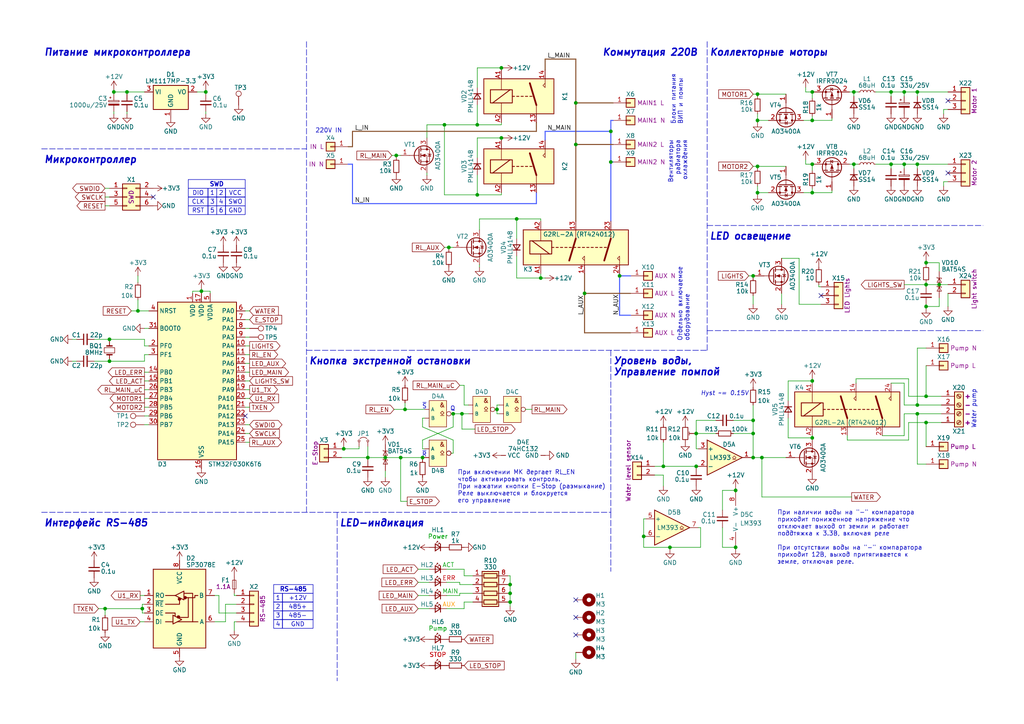
<source format=kicad_sch>
(kicad_sch
	(version 20231120)
	(generator "eeschema")
	(generator_version "8.0")
	(uuid "6450e7fa-7a31-4aa4-8e80-7e6cbe2452fc")
	(paper "A4")
	(title_block
		(title "RS485_Relay V2 module")
		(rev "1")
		(company "ООО \"Экросхим\"")
		(comment 1 "Anton Mukhin")
	)
	
	(junction
		(at 262.255 26.67)
		(diameter 0)
		(color 0 0 0 0)
		(uuid "025861c3-9559-4ee6-bd02-0a9dcb606de5")
	)
	(junction
		(at 266.065 47.625)
		(diameter 0)
		(color 0 0 0 0)
		(uuid "05ea3b54-db05-475d-8a61-c27f7472cb87")
	)
	(junction
		(at 235.585 34.925)
		(diameter 0)
		(color 0 0 0 0)
		(uuid "077cc5b7-ff23-4099-afa7-545f65105d99")
	)
	(junction
		(at 177.165 38.1)
		(diameter 0)
		(color 0 0 0 0)
		(uuid "0be94d74-4197-43a5-86bd-bc3c880a49b6")
	)
	(junction
		(at 219.71 55.88)
		(diameter 0)
		(color 0 0 0 0)
		(uuid "0c0c38bb-ac3c-4f33-b3d5-7001cf3cf660")
	)
	(junction
		(at 138.43 56.515)
		(diameter 0)
		(color 0 0 0 0)
		(uuid "0cd95bb8-82a0-46a1-911a-3d045eb8684f")
	)
	(junction
		(at 58.42 84.455)
		(diameter 0)
		(color 0 0 0 0)
		(uuid "0d0a0bc9-4b99-4e81-b380-c4ceadb79b11")
	)
	(junction
		(at 268.605 122.555)
		(diameter 0)
		(color 0 0 0 0)
		(uuid "0f5f9fd3-cad9-4fcc-a351-5391f31d8cf7")
	)
	(junction
		(at 268.605 88.9)
		(diameter 0)
		(color 0 0 0 0)
		(uuid "0fdc5ad0-973c-4080-80d6-9966388d9dd4")
	)
	(junction
		(at 235.585 26.67)
		(diameter 0)
		(color 0 0 0 0)
		(uuid "110b7e71-4eeb-4d1d-9c7c-47e1a96e68cc")
	)
	(junction
		(at 272.415 82.55)
		(diameter 0)
		(color 0 0 0 0)
		(uuid "187bc0b2-e2b5-4b43-8b92-3becff17f88d")
	)
	(junction
		(at 262.255 47.625)
		(diameter 0)
		(color 0 0 0 0)
		(uuid "1f3971c9-d882-427b-8124-4eaba1b5e5ca")
	)
	(junction
		(at 192.405 135.255)
		(diameter 0)
		(color 0 0 0 0)
		(uuid "2051fc95-f1ce-412d-a87f-2a94e6a96e67")
	)
	(junction
		(at 194.31 158.75)
		(diameter 0)
		(color 0 0 0 0)
		(uuid "2167fd11-485c-4c85-8740-09b45325c014")
	)
	(junction
		(at 258.445 47.625)
		(diameter 0)
		(color 0 0 0 0)
		(uuid "227cc3da-ee51-41c1-8f39-3066c60e2d00")
	)
	(junction
		(at 268.605 114.935)
		(diameter 0)
		(color 0 0 0 0)
		(uuid "236b0db4-28f3-4b6e-9461-70758d7bdc3b")
	)
	(junction
		(at 218.44 125.73)
		(diameter 0)
		(color 0 0 0 0)
		(uuid "27ea5af2-0afa-46e2-a598-2ba24dcc1ac9")
	)
	(junction
		(at 266.065 117.475)
		(diameter 0)
		(color 0 0 0 0)
		(uuid "293f9a76-8490-4fd0-98a0-e1c943a80e6e")
	)
	(junction
		(at 133.985 120.015)
		(diameter 0)
		(color 0 0 0 0)
		(uuid "2d1a3b91-6cdd-45aa-bc7e-5a1793bb6506")
	)
	(junction
		(at 213.36 142.24)
		(diameter 0)
		(color 0 0 0 0)
		(uuid "2e3c7c96-c41a-4fb8-8d7b-2bf0e5108e66")
	)
	(junction
		(at 147.955 169.545)
		(diameter 0)
		(color 0 0 0 0)
		(uuid "36a2ed52-0d63-4126-898c-85fe0410d891")
	)
	(junction
		(at 122.555 132.715)
		(diameter 0)
		(color 0 0 0 0)
		(uuid "37f93377-2764-4d49-9ab6-38d54ac507d2")
	)
	(junction
		(at 219.71 48.26)
		(diameter 0)
		(color 0 0 0 0)
		(uuid "39f20107-2c50-42ed-a7c4-57329dfe56fa")
	)
	(junction
		(at 220.98 132.715)
		(diameter 0)
		(color 0 0 0 0)
		(uuid "41555883-9cac-4116-8698-ba71ce74f7e4")
	)
	(junction
		(at 268.605 76.2)
		(diameter 0)
		(color 0 0 0 0)
		(uuid "43fc6e5f-fcc7-42af-8f7d-38b2562e4303")
	)
	(junction
		(at 235.585 47.625)
		(diameter 0)
		(color 0 0 0 0)
		(uuid "4a0c4f3b-15d0-461b-9b5b-5e6485cce6f4")
	)
	(junction
		(at 201.93 125.73)
		(diameter 0)
		(color 0 0 0 0)
		(uuid "4e3b8dc2-de67-49e5-abb0-3b2964777377")
	)
	(junction
		(at 99.695 130.175)
		(diameter 0)
		(color 0 0 0 0)
		(uuid "500bc291-74f5-404c-a54a-494e928b6b01")
	)
	(junction
		(at 147.955 172.085)
		(diameter 0)
		(color 0 0 0 0)
		(uuid "53022e14-a6b2-4687-8568-ed01bb0bc801")
	)
	(junction
		(at 149.86 63.5)
		(diameter 0)
		(color 0 0 0 0)
		(uuid "533a4b70-f71b-44d5-b4e3-3f2097299e9c")
	)
	(junction
		(at 218.44 132.715)
		(diameter 0)
		(color 0 0 0 0)
		(uuid "54bad2b4-13ca-4ccd-99ec-16651a6a77d5")
	)
	(junction
		(at 138.43 36.195)
		(diameter 0)
		(color 0 0 0 0)
		(uuid "55c7bdf3-5f8f-4771-9d1d-19fdb4d5c4ab")
	)
	(junction
		(at 31.75 98.425)
		(diameter 0)
		(color 0 0 0 0)
		(uuid "5b8f7dcc-5c75-4ac6-9d15-61476b3c3ab6")
	)
	(junction
		(at 128.905 36.195)
		(diameter 0)
		(color 0 0 0 0)
		(uuid "5d6c6750-430b-4bfe-b825-1b5354ce9c0f")
	)
	(junction
		(at 169.545 85.09)
		(diameter 0)
		(color 0 0 0 0)
		(uuid "65bf29da-2ed8-4872-8fd2-409bb2167fcd")
	)
	(junction
		(at 147.955 174.625)
		(diameter 0)
		(color 0 0 0 0)
		(uuid "66daeb34-ae29-4d79-939a-fe7740178441")
	)
	(junction
		(at 131.445 120.015)
		(diameter 0)
		(color 0 0 0 0)
		(uuid "67d5c6ea-8a2b-48fd-a4df-a2ed4dcd7647")
	)
	(junction
		(at 247.65 47.625)
		(diameter 0)
		(color 0 0 0 0)
		(uuid "6f042441-4e4f-4e2c-854b-fadc83e03487")
	)
	(junction
		(at 167.005 41.91)
		(diameter 0)
		(color 0 0 0 0)
		(uuid "7a74a676-8563-419b-871a-85105152586b")
	)
	(junction
		(at 30.48 176.53)
		(diameter 0)
		(color 0 0 0 0)
		(uuid "7b973aa7-967b-4d7c-a42d-226863a3855e")
	)
	(junction
		(at 218.44 80.01)
		(diameter 0)
		(color 0 0 0 0)
		(uuid "7e440e3a-3a2b-4310-a85d-704e207ca204")
	)
	(junction
		(at 33.02 26.67)
		(diameter 0)
		(color 0 0 0 0)
		(uuid "80103748-55ed-41b6-830a-41b5cae1ea4f")
	)
	(junction
		(at 41.275 176.53)
		(diameter 0)
		(color 0 0 0 0)
		(uuid "857ada16-b94d-4a33-95b4-1659a5c003cf")
	)
	(junction
		(at 111.76 132.715)
		(diameter 0)
		(color 0 0 0 0)
		(uuid "878ca46b-e5c5-42b7-b400-364d4b976d84")
	)
	(junction
		(at 268.605 82.55)
		(diameter 0)
		(color 0 0 0 0)
		(uuid "8916e602-afa6-4cba-adf2-1a6ae4a4e818")
	)
	(junction
		(at 247.65 26.67)
		(diameter 0)
		(color 0 0 0 0)
		(uuid "9070c74b-7696-4e92-93eb-79dd9f9bfd95")
	)
	(junction
		(at 201.93 135.255)
		(diameter 0)
		(color 0 0 0 0)
		(uuid "933f608a-7f52-47ea-b469-7b36181f332c")
	)
	(junction
		(at 130.175 71.755)
		(diameter 0)
		(color 0 0 0 0)
		(uuid "96d486fe-3702-4d60-a82f-e8ed9056080c")
	)
	(junction
		(at 116.205 132.715)
		(diameter 0)
		(color 0 0 0 0)
		(uuid "a1402cfd-4257-40d0-9e4a-6cc726dc085d")
	)
	(junction
		(at 266.065 120.015)
		(diameter 0)
		(color 0 0 0 0)
		(uuid "aaedd42c-4232-4c1f-93d2-69c5641e2ad6")
	)
	(junction
		(at 145.415 40.005)
		(diameter 0)
		(color 0 0 0 0)
		(uuid "b02e3344-22f9-42e7-866f-9e0b640cc9ac")
	)
	(junction
		(at 219.71 34.925)
		(diameter 0)
		(color 0 0 0 0)
		(uuid "b1393ca2-d170-4656-923e-9350fbbcec10")
	)
	(junction
		(at 59.69 26.67)
		(diameter 0)
		(color 0 0 0 0)
		(uuid "b62da96e-bb76-44fd-b2a1-0217c85053cd")
	)
	(junction
		(at 114.935 45.085)
		(diameter 0)
		(color 0 0 0 0)
		(uuid "bdfb88c2-9246-4b92-85b9-7d4fa2c8e2c0")
	)
	(junction
		(at 258.445 26.67)
		(diameter 0)
		(color 0 0 0 0)
		(uuid "bfac10f2-123d-488a-bc50-e2754c4c3ccd")
	)
	(junction
		(at 31.75 104.775)
		(diameter 0)
		(color 0 0 0 0)
		(uuid "c26f93a6-4f08-4fc2-b35b-6c12c5252821")
	)
	(junction
		(at 36.83 26.67)
		(diameter 0)
		(color 0 0 0 0)
		(uuid "c540ea47-b008-4fc7-802c-fd2fb31c75cc")
	)
	(junction
		(at 40.005 90.17)
		(diameter 0)
		(color 0 0 0 0)
		(uuid "c69ece61-cf8a-4a14-a080-5b124fc14304")
	)
	(junction
		(at 218.44 121.92)
		(diameter 0)
		(color 0 0 0 0)
		(uuid "caa25b21-7042-49b5-ba8e-e650c97121b1")
	)
	(junction
		(at 235.585 127)
		(diameter 0)
		(color 0 0 0 0)
		(uuid "cabf4744-c332-47ee-8f69-efbc1a99fbd1")
	)
	(junction
		(at 167.005 29.845)
		(diameter 0)
		(color 0 0 0 0)
		(uuid "cb998d4c-f26c-4459-abcd-12f57485ad6b")
	)
	(junction
		(at 177.165 46.99)
		(diameter 0)
		(color 0 0 0 0)
		(uuid "cbb40fd7-82dd-4cf5-bf6b-c000bf2d792f")
	)
	(junction
		(at 186.69 155.575)
		(diameter 0)
		(color 0 0 0 0)
		(uuid "cc605d83-b9bc-4e7b-85f5-4ff3119684c8")
	)
	(junction
		(at 144.145 118.745)
		(diameter 0)
		(color 0 0 0 0)
		(uuid "d31ee352-9853-40f1-a9e6-f711a7f6e079")
	)
	(junction
		(at 213.36 158.75)
		(diameter 0)
		(color 0 0 0 0)
		(uuid "d8578f05-a456-4a12-936b-72167241647f")
	)
	(junction
		(at 235.585 55.88)
		(diameter 0)
		(color 0 0 0 0)
		(uuid "db0d85a7-3928-429b-ae8a-a3e1f08e4e28")
	)
	(junction
		(at 179.705 80.01)
		(diameter 0)
		(color 0 0 0 0)
		(uuid "dc6b09a6-c221-4183-a6ac-89d66c1a8ba2")
	)
	(junction
		(at 145.415 19.685)
		(diameter 0)
		(color 0 0 0 0)
		(uuid "df8ba9ac-3cb7-4cae-ba74-a19d4fdf57d1")
	)
	(junction
		(at 235.585 110.49)
		(diameter 0)
		(color 0 0 0 0)
		(uuid "dfebfafd-ac40-415b-8d6f-168a5f120789")
	)
	(junction
		(at 156.845 80.645)
		(diameter 0)
		(color 0 0 0 0)
		(uuid "e2d4d49e-bfd8-41fd-a192-6a0451d0081b")
	)
	(junction
		(at 266.065 26.67)
		(diameter 0)
		(color 0 0 0 0)
		(uuid "e6dbe63b-48bb-4339-8bb7-c2978fe186fa")
	)
	(junction
		(at 106.68 132.715)
		(diameter 0)
		(color 0 0 0 0)
		(uuid "ead377f6-9f70-46d5-99a7-71cf222f7994")
	)
	(junction
		(at 117.475 118.745)
		(diameter 0)
		(color 0 0 0 0)
		(uuid "f09829d1-30a2-4b66-b1a1-f55c538c91a8")
	)
	(junction
		(at 219.71 27.305)
		(diameter 0)
		(color 0 0 0 0)
		(uuid "ffcdf3fd-3f76-49e3-aa46-7be728dc307c")
	)
	(no_connect
		(at 71.12 120.65)
		(uuid "03f8abea-e6c1-455c-84e4-6cd5273dad97")
	)
	(no_connect
		(at 167.005 184.15)
		(uuid "1c44ba37-14b3-405b-a54f-e7dcfcad7590")
	)
	(no_connect
		(at 238.125 85.725)
		(uuid "31a690ea-4b5b-43ad-9006-4510d71109a9")
	)
	(no_connect
		(at 44.45 57.15)
		(uuid "684d7b93-7724-429f-9672-a6aac24ff43d")
	)
	(no_connect
		(at 167.005 179.07)
		(uuid "96716cc6-9055-4b35-92d8-af019611fa49")
	)
	(no_connect
		(at 274.955 29.21)
		(uuid "d3831871-95b0-42eb-bd90-4b6bf35bc9ab")
	)
	(no_connect
		(at 274.955 50.165)
		(uuid "eb12b70a-10cd-4e3c-94e6-13cdb3dd8f57")
	)
	(no_connect
		(at 167.005 173.99)
		(uuid "f8836111-faf3-43b2-8065-b2ef53ec5bf3")
	)
	(wire
		(pts
			(xy 111.76 132.715) (xy 116.205 132.715)
		)
		(stroke
			(width 0)
			(type default)
		)
		(uuid "0087c397-f528-42ef-a7c1-acdd726555d9")
	)
	(wire
		(pts
			(xy 30.48 57.15) (xy 31.75 57.15)
		)
		(stroke
			(width 0)
			(type default)
		)
		(uuid "00b6dd6d-436d-4ce0-a32e-b73d035b4b02")
	)
	(wire
		(pts
			(xy 139.065 76.835) (xy 139.065 77.47)
		)
		(stroke
			(width 0)
			(type default)
		)
		(uuid "0127a94d-4374-4d4c-be2a-2d00bb563f3e")
	)
	(wire
		(pts
			(xy 201.93 135.255) (xy 202.565 135.255)
		)
		(stroke
			(width 0)
			(type default)
		)
		(uuid "02be5ec9-b021-4f94-b855-741a971830a5")
	)
	(wire
		(pts
			(xy 135.89 117.475) (xy 134.62 117.475)
		)
		(stroke
			(width 0)
			(type default)
		)
		(uuid "035dc596-e3ab-4253-9de6-17563127271c")
	)
	(wire
		(pts
			(xy 71.12 110.49) (xy 72.39 110.49)
		)
		(stroke
			(width 0)
			(type default)
		)
		(uuid "039410ce-cf4d-46f8-b718-73fdb47d6fdf")
	)
	(wire
		(pts
			(xy 218.44 85.725) (xy 218.44 88.265)
		)
		(stroke
			(width 0)
			(type default)
		)
		(uuid "040015b5-b357-4461-b05a-895138c15b93")
	)
	(wire
		(pts
			(xy 245.745 126.365) (xy 245.745 127.635)
		)
		(stroke
			(width 0)
			(type default)
		)
		(uuid "04155474-4984-4345-9fd9-7f0da614a137")
	)
	(wire
		(pts
			(xy 167.005 189.23) (xy 167.005 191.135)
		)
		(stroke
			(width 0)
			(type default)
		)
		(uuid "047109a4-8044-4b43-8813-c4cded0fffe5")
	)
	(wire
		(pts
			(xy 133.35 172.72) (xy 133.35 172.085)
		)
		(stroke
			(width 0)
			(type default)
		)
		(uuid "056c5ecb-4673-4d09-9185-b2dd7c23cb00")
	)
	(wire
		(pts
			(xy 30.48 176.53) (xy 41.275 176.53)
		)
		(stroke
			(width 0)
			(type default)
		)
		(uuid "05d85703-ced6-42c8-a0a4-fe022770cba4")
	)
	(wire
		(pts
			(xy 194.31 158.75) (xy 194.31 159.385)
		)
		(stroke
			(width 0)
			(type default)
		)
		(uuid "06a89d01-6bd4-4175-87b2-1fcd403c729e")
	)
	(wire
		(pts
			(xy 149.86 74.295) (xy 149.86 80.645)
		)
		(stroke
			(width 0)
			(type default)
		)
		(uuid "06bfd472-3e76-4bd9-b783-71d69b231475")
	)
	(wire
		(pts
			(xy 68.58 180.34) (xy 67.945 180.34)
		)
		(stroke
			(width 0)
			(type default)
		)
		(uuid "08bf49bc-949f-4c3e-8f40-c89978628c39")
	)
	(wire
		(pts
			(xy 133.35 169.545) (xy 137.16 169.545)
		)
		(stroke
			(width 0)
			(type default)
		)
		(uuid "09084143-c152-4d14-9cde-2875a560dc3e")
	)
	(wire
		(pts
			(xy 209.55 153.035) (xy 209.55 158.75)
		)
		(stroke
			(width 0)
			(type default)
		)
		(uuid "0a853dc6-dd2a-437b-a440-87521a88cf43")
	)
	(wire
		(pts
			(xy 106.68 132.715) (xy 106.68 133.35)
		)
		(stroke
			(width 0)
			(type default)
		)
		(uuid "0a976d54-7133-42b0-96e4-ea2b8a2cc022")
	)
	(wire
		(pts
			(xy 36.83 26.67) (xy 41.91 26.67)
		)
		(stroke
			(width 0)
			(type default)
		)
		(uuid "0aac398f-a3c9-4277-b714-3dff0b7b2fc8")
	)
	(wire
		(pts
			(xy 262.255 126.365) (xy 262.255 120.015)
		)
		(stroke
			(width 0)
			(type default)
		)
		(uuid "0b8f9e17-8cce-42c6-b8dd-dc8146f3f165")
	)
	(wire
		(pts
			(xy 118.11 145.415) (xy 116.205 145.415)
		)
		(stroke
			(width 0)
			(type default)
		)
		(uuid "0c014cbf-60e8-4deb-b8a0-4538efb5db7a")
	)
	(wire
		(pts
			(xy 266.065 117.475) (xy 273.05 117.475)
		)
		(stroke
			(width 0)
			(type default)
		)
		(uuid "0ce04c61-c60f-4cfb-bf55-590783100c57")
	)
	(wire
		(pts
			(xy 147.32 169.545) (xy 147.955 169.545)
		)
		(stroke
			(width 0)
			(type default)
		)
		(uuid "0d09c338-b37f-46e3-b77c-ae4bcd93c8f6")
	)
	(polyline
		(pts
			(xy 88.9 12.065) (xy 88.9 148.59)
		)
		(stroke
			(width 0)
			(type dash)
		)
		(uuid "0df5bca9-5c26-4f85-9f2d-852a70bd0685")
	)
	(wire
		(pts
			(xy 262.255 117.475) (xy 266.065 117.475)
		)
		(stroke
			(width 0)
			(type default)
		)
		(uuid "0edeeff1-4a45-44cc-93d7-665a2028f2bf")
	)
	(wire
		(pts
			(xy 268.605 134.62) (xy 266.065 134.62)
		)
		(stroke
			(width 0)
			(type default)
		)
		(uuid "0f1b1797-6c66-4d5a-be42-1e1cf8f1d0d5")
	)
	(wire
		(pts
			(xy 41.91 104.775) (xy 31.75 104.775)
		)
		(stroke
			(width 0)
			(type default)
		)
		(uuid "0f79eee7-bcf2-4b1b-9087-ff8e92ab9861")
	)
	(wire
		(pts
			(xy 228.6 121.285) (xy 228.6 127)
		)
		(stroke
			(width 0)
			(type default)
		)
		(uuid "12176ba6-4a54-41b2-bece-0a02fe2b49c4")
	)
	(wire
		(pts
			(xy 233.045 55.88) (xy 235.585 55.88)
		)
		(stroke
			(width 0)
			(type default)
		)
		(uuid "123a1267-58f1-4fd3-ae03-42297840b3ce")
	)
	(wire
		(pts
			(xy 147.955 174.625) (xy 147.955 175.895)
		)
		(stroke
			(width 0)
			(type default)
		)
		(uuid "12d537bf-e329-4383-8179-4d6d5bef6387")
	)
	(wire
		(pts
			(xy 138.43 45.72) (xy 138.43 40.005)
		)
		(stroke
			(width 0)
			(type default)
		)
		(uuid "12d7248f-4b18-4f13-8c77-1634e091e700")
	)
	(wire
		(pts
			(xy 167.005 17.145) (xy 167.005 29.845)
		)
		(stroke
			(width 0.3)
			(type default)
			(color 136 81 44 1)
		)
		(uuid "13cb3e7b-2f39-427f-bbcc-9f2a539ddf72")
	)
	(wire
		(pts
			(xy 134.62 111.76) (xy 133.35 111.76)
		)
		(stroke
			(width 0)
			(type default)
		)
		(uuid "13db0860-7d38-407c-99d7-551a3bfcd905")
	)
	(wire
		(pts
			(xy 20.955 98.425) (xy 22.225 98.425)
		)
		(stroke
			(width 0)
			(type default)
		)
		(uuid "1419981e-88bf-4db6-b1db-ab5777992550")
	)
	(wire
		(pts
			(xy 59.69 26.67) (xy 59.69 27.305)
		)
		(stroke
			(width 0)
			(type default)
		)
		(uuid "1477ee0f-c249-411e-a382-ca1ec47e4edd")
	)
	(wire
		(pts
			(xy 41.91 98.425) (xy 31.75 98.425)
		)
		(stroke
			(width 0)
			(type default)
		)
		(uuid "15029913-33db-498e-b216-9fb60a7b72f0")
	)
	(wire
		(pts
			(xy 201.93 121.92) (xy 201.93 125.73)
		)
		(stroke
			(width 0)
			(type default)
		)
		(uuid "160541d6-d991-4aa3-b659-09c666c96545")
	)
	(wire
		(pts
			(xy 145.415 19.685) (xy 145.415 20.32)
		)
		(stroke
			(width 0)
			(type default)
		)
		(uuid "166338aa-4e3b-4f51-b567-4f99a0042745")
	)
	(wire
		(pts
			(xy 247.65 47.625) (xy 247.65 48.895)
		)
		(stroke
			(width 0)
			(type default)
		)
		(uuid "17007c84-cfc1-4253-8728-4f744ac2a149")
	)
	(wire
		(pts
			(xy 192.405 137.795) (xy 192.405 140.97)
		)
		(stroke
			(width 0)
			(type default)
		)
		(uuid "17d9b1b6-6c2d-46eb-b69a-1d98ee0826fb")
	)
	(wire
		(pts
			(xy 231.775 74.93) (xy 226.695 74.93)
		)
		(stroke
			(width 0)
			(type default)
		)
		(uuid "1837ad3e-570d-4b00-99e5-63c9573acc2d")
	)
	(wire
		(pts
			(xy 272.415 78.74) (xy 272.415 76.2)
		)
		(stroke
			(width 0)
			(type default)
		)
		(uuid "1925b013-8e8d-4ffb-99d1-2a3bb7f6d550")
	)
	(wire
		(pts
			(xy 235.585 26.67) (xy 236.22 26.67)
		)
		(stroke
			(width 0)
			(type default)
		)
		(uuid "1b1acf1b-47b3-4766-a109-55f9b7ea8341")
	)
	(wire
		(pts
			(xy 71.12 100.33) (xy 72.39 100.33)
		)
		(stroke
			(width 0)
			(type default)
		)
		(uuid "1b6f73a7-7126-47d7-8ad6-9570e460c61a")
	)
	(wire
		(pts
			(xy 235.585 126.365) (xy 235.585 127)
		)
		(stroke
			(width 0)
			(type default)
		)
		(uuid "1c271aac-4ec3-43e9-a766-e3a52872b154")
	)
	(wire
		(pts
			(xy 218.44 48.26) (xy 219.71 48.26)
		)
		(stroke
			(width 0)
			(type default)
		)
		(uuid "1d23b895-4f35-4397-a268-f72f0114a51f")
	)
	(wire
		(pts
			(xy 71.12 123.19) (xy 72.39 123.19)
		)
		(stroke
			(width 0)
			(type default)
		)
		(uuid "1df18233-294b-4e69-b9ab-13113479077b")
	)
	(wire
		(pts
			(xy 43.18 102.87) (xy 41.91 102.87)
		)
		(stroke
			(width 0)
			(type default)
		)
		(uuid "1e47a892-eaf6-495e-a803-5e7f85b050a7")
	)
	(wire
		(pts
			(xy 28.575 176.53) (xy 30.48 176.53)
		)
		(stroke
			(width 0)
			(type default)
		)
		(uuid "1e81dc6a-26e3-490d-ac33-dd1398cece90")
	)
	(wire
		(pts
			(xy 231.775 88.265) (xy 231.775 74.93)
		)
		(stroke
			(width 0)
			(type default)
		)
		(uuid "2025d6cd-e377-49c6-be1d-5c645c4db21b")
	)
	(wire
		(pts
			(xy 102.235 59.055) (xy 102.235 47.625)
		)
		(stroke
			(width 0.3)
			(type default)
			(color 71 92 255 1)
		)
		(uuid "207c98a0-878d-4842-bd2b-fbdcb7e9b013")
	)
	(wire
		(pts
			(xy 68.58 172.72) (xy 67.945 172.72)
		)
		(stroke
			(width 0)
			(type default)
		)
		(uuid "2269f297-920d-4853-b6af-0344ca220164")
	)
	(wire
		(pts
			(xy 274.955 52.705) (xy 273.685 52.705)
		)
		(stroke
			(width 0)
			(type default)
		)
		(uuid "22a6a1d7-9c18-4e53-8439-0f528505a962")
	)
	(wire
		(pts
			(xy 67.945 180.34) (xy 67.945 182.88)
		)
		(stroke
			(width 0)
			(type default)
		)
		(uuid "232481bf-fde3-48ad-8c36-47b49ba9314d")
	)
	(wire
		(pts
			(xy 177.165 46.99) (xy 177.165 64.135)
		)
		(stroke
			(width 0.3)
			(type default)
			(color 71 92 255 1)
		)
		(uuid "23c4c183-5196-4ad3-8917-ab3a5b65235c")
	)
	(wire
		(pts
			(xy 152.4 118.745) (xy 154.305 118.745)
		)
		(stroke
			(width 0)
			(type default)
		)
		(uuid "23eec670-03f3-4416-9740-c83aad4d2fb0")
	)
	(wire
		(pts
			(xy 247.015 144.145) (xy 220.98 144.145)
		)
		(stroke
			(width 0)
			(type default)
		)
		(uuid "23f20a31-404e-4134-9d1e-8b5d4e912506")
	)
	(wire
		(pts
			(xy 233.045 34.925) (xy 235.585 34.925)
		)
		(stroke
			(width 0)
			(type default)
		)
		(uuid "2548f921-b2b7-454d-8a1f-692da923f004")
	)
	(wire
		(pts
			(xy 218.44 80.01) (xy 218.44 80.645)
		)
		(stroke
			(width 0)
			(type default)
		)
		(uuid "2666ef53-0e18-4d64-9516-0bf12c479c20")
	)
	(wire
		(pts
			(xy 31.75 98.425) (xy 31.75 99.06)
		)
		(stroke
			(width 0)
			(type default)
		)
		(uuid "268518ad-e8fd-4cdd-bc31-61ff944e1f40")
	)
	(wire
		(pts
			(xy 219.71 48.26) (xy 227.965 48.26)
		)
		(stroke
			(width 0)
			(type default)
		)
		(uuid "271ff14e-a9a0-4842-8b72-2f84a917eaf3")
	)
	(wire
		(pts
			(xy 235.585 127) (xy 235.585 127.635)
		)
		(stroke
			(width 0)
			(type default)
		)
		(uuid "29071455-d5ff-46cc-929c-e299a5e8be09")
	)
	(wire
		(pts
			(xy 129.54 165.1) (xy 134.62 165.1)
		)
		(stroke
			(width 0)
			(type default)
		)
		(uuid "29ac071c-2081-4f70-83a0-542bdf7b9db9")
	)
	(wire
		(pts
			(xy 155.575 38.1) (xy 102.235 38.1)
		)
		(stroke
			(width 0.3)
			(type default)
			(color 136 81 44 1)
		)
		(uuid "2a583fc8-5844-48c7-a0a9-d13229de2da4")
	)
	(wire
		(pts
			(xy 263.525 109.855) (xy 263.525 114.935)
		)
		(stroke
			(width 0)
			(type default)
		)
		(uuid "2c38ca7b-c644-4b12-8e81-4a3d9a6c2571")
	)
	(wire
		(pts
			(xy 38.1 90.17) (xy 40.005 90.17)
		)
		(stroke
			(width 0)
			(type default)
		)
		(uuid "2c38d587-cc4f-441b-9863-712b2d508a2f")
	)
	(wire
		(pts
			(xy 158.115 38.1) (xy 177.165 38.1)
		)
		(stroke
			(width 0.3)
			(type default)
			(color 71 92 255 1)
		)
		(uuid "2cecdb9a-d259-40d5-9d6e-83d46f29f300")
	)
	(wire
		(pts
			(xy 258.445 47.625) (xy 258.445 48.895)
		)
		(stroke
			(width 0)
			(type default)
		)
		(uuid "2d057875-ccf2-4298-b333-380e3eba14d0")
	)
	(wire
		(pts
			(xy 207.645 121.92) (xy 201.93 121.92)
		)
		(stroke
			(width 0)
			(type default)
		)
		(uuid "2d78fefa-e62f-41ed-ac94-72d24a5450e4")
	)
	(wire
		(pts
			(xy 144.145 117.475) (xy 144.78 117.475)
		)
		(stroke
			(width 0)
			(type default)
		)
		(uuid "2df62fbf-5507-46a8-b940-07f3af28b595")
	)
	(wire
		(pts
			(xy 41.91 115.57) (xy 43.18 115.57)
		)
		(stroke
			(width 0)
			(type default)
		)
		(uuid "2f86537e-afb2-48c2-9a0f-1a81b5c37a9b")
	)
	(wire
		(pts
			(xy 30.48 54.61) (xy 31.75 54.61)
		)
		(stroke
			(width 0)
			(type default)
		)
		(uuid "301684d8-09d6-4759-bbdd-173ee1a0597a")
	)
	(wire
		(pts
			(xy 40.005 86.995) (xy 40.005 90.17)
		)
		(stroke
			(width 0)
			(type default)
		)
		(uuid "304f4f5a-b256-4752-9b0e-640b9f5a6a37")
	)
	(wire
		(pts
			(xy 268.605 122.555) (xy 273.05 122.555)
		)
		(stroke
			(width 0)
			(type default)
		)
		(uuid "30e71616-9ae5-443f-a370-accdb2fffd86")
	)
	(wire
		(pts
			(xy 149.86 63.5) (xy 156.845 63.5)
		)
		(stroke
			(width 0)
			(type default)
		)
		(uuid "311a0e8e-1260-4d95-8fcd-0bf529c9f379")
	)
	(wire
		(pts
			(xy 233.68 25.4) (xy 233.68 26.67)
		)
		(stroke
			(width 0)
			(type default)
		)
		(uuid "313adca8-0e6b-47dc-ba38-9e0b7f573117")
	)
	(wire
		(pts
			(xy 258.445 111.125) (xy 262.255 111.125)
		)
		(stroke
			(width 0)
			(type default)
		)
		(uuid "3140fe28-db81-4e64-952a-3c17cd55cb3c")
	)
	(wire
		(pts
			(xy 57.15 26.67) (xy 59.69 26.67)
		)
		(stroke
			(width 0)
			(type default)
		)
		(uuid "31ae2781-f7b0-46d5-aaed-883848cb20df")
	)
	(wire
		(pts
			(xy 177.165 38.1) (xy 177.165 46.99)
		)
		(stroke
			(width 0.3)
			(type default)
			(color 71 92 255 1)
		)
		(uuid "33222966-41cf-4aa2-870a-775d0910186d")
	)
	(wire
		(pts
			(xy 71.12 97.79) (xy 72.39 97.79)
		)
		(stroke
			(width 0)
			(type default)
		)
		(uuid "34aa6a88-7b00-4893-8905-6f101bf6ffdd")
	)
	(wire
		(pts
			(xy 41.91 110.49) (xy 43.18 110.49)
		)
		(stroke
			(width 0)
			(type default)
		)
		(uuid "35e0aadf-ad93-462c-98e4-5d2dd9c3f490")
	)
	(wire
		(pts
			(xy 71.12 107.95) (xy 72.39 107.95)
		)
		(stroke
			(width 0)
			(type default)
		)
		(uuid "36b52cc7-e3ba-4c09-9df9-5a0b999472bd")
	)
	(wire
		(pts
			(xy 268.605 114.935) (xy 273.05 114.935)
		)
		(stroke
			(width 0)
			(type default)
		)
		(uuid "373822e3-5a97-4dad-a253-ddc3b793d064")
	)
	(wire
		(pts
			(xy 177.165 34.925) (xy 177.165 38.1)
		)
		(stroke
			(width 0.3)
			(type default)
			(color 71 92 255 1)
		)
		(uuid "37412a9b-3b26-4b3e-b60c-0305e2b92acb")
	)
	(wire
		(pts
			(xy 263.525 127.635) (xy 263.525 122.555)
		)
		(stroke
			(width 0)
			(type default)
		)
		(uuid "376bca86-867e-4d53-852c-42d2f56c4e61")
	)
	(wire
		(pts
			(xy 268.605 81.915) (xy 268.605 82.55)
		)
		(stroke
			(width 0)
			(type default)
		)
		(uuid "38ebca48-4df0-4240-a15f-c3fc957bc2d5")
	)
	(wire
		(pts
			(xy 272.415 76.2) (xy 268.605 76.2)
		)
		(stroke
			(width 0)
			(type default)
		)
		(uuid "3931c579-0c9a-4623-973a-d2ef2654ef04")
	)
	(wire
		(pts
			(xy 219.71 34.925) (xy 222.885 34.925)
		)
		(stroke
			(width 0)
			(type default)
		)
		(uuid "39379aa3-2552-42d3-843f-7f19e25667ba")
	)
	(wire
		(pts
			(xy 133.985 124.46) (xy 133.985 120.015)
		)
		(stroke
			(width 0)
			(type default)
		)
		(uuid "395a4b76-048b-4f4e-aba9-cb12586957de")
	)
	(wire
		(pts
			(xy 71.12 115.57) (xy 72.39 115.57)
		)
		(stroke
			(width 0)
			(type default)
		)
		(uuid "39d40975-8197-4c2b-a312-2c27eda6798c")
	)
	(wire
		(pts
			(xy 158.115 38.1) (xy 158.115 40.64)
		)
		(stroke
			(width 0.3)
			(type default)
			(color 71 92 255 1)
		)
		(uuid "3baa2eed-40a7-4c3f-a5b1-0b26f695c977")
	)
	(wire
		(pts
			(xy 68.58 177.8) (xy 63.5 177.8)
		)
		(stroke
			(width 0)
			(type default)
		)
		(uuid "3d019a5a-36ba-46dd-b2d0-93bbb6a31dc4")
	)
	(wire
		(pts
			(xy 245.745 127.635) (xy 263.525 127.635)
		)
		(stroke
			(width 0)
			(type default)
		)
		(uuid "3fbcd283-7830-480e-85cd-7cba1be4230a")
	)
	(wire
		(pts
			(xy 67.945 172.72) (xy 67.945 172.085)
		)
		(stroke
			(width 0)
			(type default)
		)
		(uuid "3ffce9ea-6a9c-4605-bd4a-eafd6ddb5e31")
	)
	(wire
		(pts
			(xy 156.845 63.5) (xy 156.845 64.135)
		)
		(stroke
			(width 0)
			(type default)
		)
		(uuid "4000d0d4-3720-4515-9bf6-b60cb47ebb5d")
	)
	(wire
		(pts
			(xy 167.005 29.845) (xy 177.8 29.845)
		)
		(stroke
			(width 0.3)
			(type default)
			(color 136 81 44 1)
		)
		(uuid "40b59981-6f35-4443-af07-2374e49aa43e")
	)
	(wire
		(pts
			(xy 122.555 121.285) (xy 122.555 123.825)
		)
		(stroke
			(width 0)
			(type default)
		)
		(uuid "4132ff43-cd91-4b3d-843a-a8ca17d78f89")
	)
	(wire
		(pts
			(xy 139.065 63.5) (xy 149.86 63.5)
		)
		(stroke
			(width 0)
			(type default)
		)
		(uuid "4134e379-48a7-49e1-a2be-348d77cc34ff")
	)
	(wire
		(pts
			(xy 59.69 32.385) (xy 59.69 33.02)
		)
		(stroke
			(width 0)
			(type default)
		)
		(uuid "42887598-d59a-4185-8612-8657061760b6")
	)
	(wire
		(pts
			(xy 41.91 113.03) (xy 43.18 113.03)
		)
		(stroke
			(width 0)
			(type default)
		)
		(uuid "44b6fe80-91ab-43e9-a632-867442d8f3b4")
	)
	(wire
		(pts
			(xy 149.86 69.215) (xy 149.86 63.5)
		)
		(stroke
			(width 0)
			(type default)
		)
		(uuid "44d5cafb-d473-466c-8b81-8e82839d8829")
	)
	(wire
		(pts
			(xy 209.55 142.24) (xy 213.36 142.24)
		)
		(stroke
			(width 0)
			(type default)
		)
		(uuid "44ef3b3f-9bc1-49da-8c34-cc97a71e22be")
	)
	(wire
		(pts
			(xy 41.91 123.19) (xy 43.18 123.19)
		)
		(stroke
			(width 0)
			(type default)
		)
		(uuid "45820cd6-08f6-4824-980d-1f569f0327ad")
	)
	(wire
		(pts
			(xy 134.62 176.53) (xy 134.62 174.625)
		)
		(stroke
			(width 0)
			(type default)
		)
		(uuid "45f8731c-3f36-4c35-b2eb-90fe14eeb5bb")
	)
	(wire
		(pts
			(xy 217.17 80.01) (xy 218.44 80.01)
		)
		(stroke
			(width 0)
			(type default)
		)
		(uuid "466a55a9-ee42-4c7c-be78-54216c47c7a4")
	)
	(wire
		(pts
			(xy 20.955 104.775) (xy 22.225 104.775)
		)
		(stroke
			(width 0)
			(type default)
		)
		(uuid "480c20a0-9ddd-41b0-a9cb-60485c9e28c8")
	)
	(wire
		(pts
			(xy 58.42 83.82) (xy 58.42 84.455)
		)
		(stroke
			(width 0)
			(type default)
		)
		(uuid "488548fb-d2dc-44b0-8bb4-71620ba7080f")
	)
	(wire
		(pts
			(xy 235.585 54.61) (xy 235.585 55.88)
		)
		(stroke
			(width 0)
			(type default)
		)
		(uuid "492d00f2-58e2-45f1-81f5-f0e5ec09d003")
	)
	(wire
		(pts
			(xy 58.42 84.455) (xy 60.96 84.455)
		)
		(stroke
			(width 0)
			(type default)
		)
		(uuid "4938b4f9-ea85-4690-8900-64894491e7a5")
	)
	(wire
		(pts
			(xy 138.43 36.195) (xy 145.415 36.195)
		)
		(stroke
			(width 0)
			(type default)
		)
		(uuid "49ea047e-e6de-4579-9349-6a8ae9b32050")
	)
	(wire
		(pts
			(xy 130.175 71.755) (xy 131.445 71.755)
		)
		(stroke
			(width 0)
			(type default)
		)
		(uuid "4aa946cb-bf25-46f7-826c-293c98fbe0e3")
	)
	(wire
		(pts
			(xy 268.605 82.55) (xy 272.415 82.55)
		)
		(stroke
			(width 0)
			(type default)
		)
		(uuid "4b303469-8f29-41cb-94c8-30c9f782305b")
	)
	(wire
		(pts
			(xy 144.145 118.745) (xy 144.145 117.475)
		)
		(stroke
			(width 0)
			(type default)
		)
		(uuid "4c197d5c-674a-4b92-8abd-1345ada09b83")
	)
	(wire
		(pts
			(xy 218.44 132.715) (xy 218.44 125.73)
		)
		(stroke
			(width 0)
			(type default)
		)
		(uuid "4c6e91fd-a1d4-495b-9c2b-f93b0ced2240")
	)
	(wire
		(pts
			(xy 71.12 118.11) (xy 72.39 118.11)
		)
		(stroke
			(width 0)
			(type default)
		)
		(uuid "4c75a68f-9e52-420b-8b84-83c1a66ee899")
	)
	(wire
		(pts
			(xy 219.71 55.88) (xy 219.71 53.975)
		)
		(stroke
			(width 0)
			(type default)
		)
		(uuid "4c9293f3-ecfd-4871-bd83-b95ca7695dbb")
	)
	(wire
		(pts
			(xy 179.705 79.375) (xy 179.705 80.01)
		)
		(stroke
			(width 0.3)
			(type default)
			(color 71 92 255 1)
		)
		(uuid "4d73b166-ceff-4b25-b465-e4537ccc1bcc")
	)
	(wire
		(pts
			(xy 131.445 127.635) (xy 131.445 131.445)
		)
		(stroke
			(width 0)
			(type default)
		)
		(uuid "4d87ed5f-0ef1-48e0-ace6-73b7707252a9")
	)
	(wire
		(pts
			(xy 201.93 135.255) (xy 201.93 135.89)
		)
		(stroke
			(width 0)
			(type default)
		)
		(uuid "4e2d7d1d-ecdc-48e4-a942-2a1168097261")
	)
	(wire
		(pts
			(xy 130.175 71.755) (xy 130.175 72.39)
		)
		(stroke
			(width 0)
			(type default)
		)
		(uuid "4ec03816-8260-4a72-abd6-e5c7a4489bda")
	)
	(wire
		(pts
			(xy 201.295 125.73) (xy 201.93 125.73)
		)
		(stroke
			(width 0)
			(type default)
		)
		(uuid "4f80a63c-ed22-4a76-bdaa-f60b863c9a8a")
	)
	(wire
		(pts
			(xy 33.02 26.035) (xy 33.02 26.67)
		)
		(stroke
			(width 0)
			(type default)
		)
		(uuid "4f9d2a4b-73c0-48d7-86e0-af0f123e4b05")
	)
	(wire
		(pts
			(xy 231.775 88.265) (xy 238.125 88.265)
		)
		(stroke
			(width 0)
			(type default)
		)
		(uuid "502ecd8a-424d-4318-a8b7-a1cec5f79268")
	)
	(wire
		(pts
			(xy 117.475 118.745) (xy 123.19 118.745)
		)
		(stroke
			(width 0)
			(type default)
		)
		(uuid "50d899df-96c7-4ec0-b8e4-00449f2243f3")
	)
	(wire
		(pts
			(xy 219.71 35.56) (xy 219.71 34.925)
		)
		(stroke
			(width 0)
			(type default)
		)
		(uuid "51374a7f-a2b3-4c12-b4ef-6f53c52dbc5a")
	)
	(wire
		(pts
			(xy 40.64 172.72) (xy 41.91 172.72)
		)
		(stroke
			(width 0)
			(type default)
		)
		(uuid "522d026c-fa15-4e72-a6ae-ab60ed302773")
	)
	(wire
		(pts
			(xy 147.955 169.545) (xy 147.955 172.085)
		)
		(stroke
			(width 0)
			(type default)
		)
		(uuid "53af094c-3b85-4443-b1cb-f22e2537335b")
	)
	(wire
		(pts
			(xy 186.69 155.575) (xy 187.325 155.575)
		)
		(stroke
			(width 0)
			(type default)
		)
		(uuid "53ecba46-e1e6-4493-9aef-ae5da9d0a1c0")
	)
	(wire
		(pts
			(xy 104.14 130.175) (xy 99.695 130.175)
		)
		(stroke
			(width 0)
			(type default)
		)
		(uuid "544a5058-37cc-4756-b221-82db5dccd6ac")
	)
	(wire
		(pts
			(xy 186.69 150.495) (xy 186.69 155.575)
		)
		(stroke
			(width 0)
			(type default)
		)
		(uuid "546a8ea6-1b1b-4794-8d3d-7194548e7f7a")
	)
	(wire
		(pts
			(xy 40.005 80.01) (xy 40.005 81.915)
		)
		(stroke
			(width 0)
			(type default)
		)
		(uuid "54dd2fc5-6816-46be-966d-b9f61f9752dc")
	)
	(wire
		(pts
			(xy 266.065 134.62) (xy 266.065 120.015)
		)
		(stroke
			(width 0)
			(type default)
		)
		(uuid "55c3949e-17df-4067-a798-b1363c14f695")
	)
	(wire
		(pts
			(xy 123.825 36.195) (xy 128.905 36.195)
		)
		(stroke
			(width 0)
			(type default)
		)
		(uuid "56190ca3-f77d-40bc-8ea3-171cda205f27")
	)
	(wire
		(pts
			(xy 145.415 36.195) (xy 145.415 35.56)
		)
		(stroke
			(width 0)
			(type default)
		)
		(uuid "565f7233-bba9-40bd-94c1-79d796ad9051")
	)
	(polyline
		(pts
			(xy 205.105 12.065) (xy 205.105 95.885)
		)
		(stroke
			(width 0)
			(type dash)
		)
		(uuid "56fc567d-a8f4-493b-802d-10931682c0a2")
	)
	(wire
		(pts
			(xy 169.545 85.09) (xy 169.545 96.52)
		)
		(stroke
			(width 0.3)
			(type default)
			(color 136 81 44 1)
		)
		(uuid "5705eacb-cd84-4962-b3f8-ad6c022e80ce")
	)
	(wire
		(pts
			(xy 43.18 100.33) (xy 41.91 100.33)
		)
		(stroke
			(width 0)
			(type default)
		)
		(uuid "5732fba2-e5b6-456b-927f-7ceeb24b678c")
	)
	(wire
		(pts
			(xy 228.6 116.205) (xy 228.6 110.49)
		)
		(stroke
			(width 0)
			(type default)
		)
		(uuid "57d09f04-8117-4a3d-8c84-4c55ae48a135")
	)
	(wire
		(pts
			(xy 33.02 32.385) (xy 33.02 33.02)
		)
		(stroke
			(width 0)
			(type default)
		)
		(uuid "57d415d5-10e1-4aa7-9003-88550209902e")
	)
	(wire
		(pts
			(xy 241.3 34.29) (xy 241.3 34.925)
		)
		(stroke
			(width 0)
			(type default)
		)
		(uuid "5812ebd9-5bbb-4de6-90be-1eba77c34972")
	)
	(wire
		(pts
			(xy 41.91 120.65) (xy 43.18 120.65)
		)
		(stroke
			(width 0)
			(type default)
		)
		(uuid "58c8eb8b-ab9f-41c8-b858-4709cff7e852")
	)
	(wire
		(pts
			(xy 71.12 125.73) (xy 72.39 125.73)
		)
		(stroke
			(width 0)
			(type default)
		)
		(uuid "596a4b30-7f01-4264-a8f7-3a8d6b468531")
	)
	(wire
		(pts
			(xy 102.235 42.545) (xy 100.965 42.545)
		)
		(stroke
			(width 0.3)
			(type default)
			(color 136 81 44 1)
		)
		(uuid "5a0683eb-270f-4bfa-a7d2-3b5dec713527")
	)
	(wire
		(pts
			(xy 147.955 167.005) (xy 147.955 169.545)
		)
		(stroke
			(width 0)
			(type default)
		)
		(uuid "5a242407-16a2-4bcd-8c6c-ba7573d8f1cf")
	)
	(wire
		(pts
			(xy 262.255 26.67) (xy 262.255 27.94)
		)
		(stroke
			(width 0)
			(type default)
		)
		(uuid "5abdd6ea-48eb-41c3-ba24-83398af6370a")
	)
	(wire
		(pts
			(xy 254 47.625) (xy 258.445 47.625)
		)
		(stroke
			(width 0)
			(type default)
		)
		(uuid "5aff0ad4-5dd3-43c4-8519-d1f4b9c0ac8a")
	)
	(wire
		(pts
			(xy 262.255 82.55) (xy 268.605 82.55)
		)
		(stroke
			(width 0)
			(type default)
		)
		(uuid "5b05797f-a2e7-474a-ab65-a30c4ca810b0")
	)
	(wire
		(pts
			(xy 272.415 88.9) (xy 268.605 88.9)
		)
		(stroke
			(width 0)
			(type default)
		)
		(uuid "5b0e2029-a423-4c2c-a5cc-d8432085ab01")
	)
	(wire
		(pts
			(xy 30.48 59.69) (xy 31.75 59.69)
		)
		(stroke
			(width 0)
			(type default)
		)
		(uuid "5b79d467-9504-44f9-bbec-f2e16eaa4153")
	)
	(wire
		(pts
			(xy 134.62 117.475) (xy 134.62 111.76)
		)
		(stroke
			(width 0)
			(type default)
		)
		(uuid "5c654d2e-0582-4dd0-b8a8-8b0e93fa5ca1")
	)
	(wire
		(pts
			(xy 102.235 38.1) (xy 102.235 42.545)
		)
		(stroke
			(width 0.3)
			(type default)
			(color 136 81 44 1)
		)
		(uuid "5c852846-714e-40db-8388-356907814dc9")
	)
	(wire
		(pts
			(xy 99.06 132.715) (xy 106.68 132.715)
		)
		(stroke
			(width 0)
			(type default)
		)
		(uuid "5d0e0163-73ee-4b62-be27-0081be5be441")
	)
	(wire
		(pts
			(xy 213.36 158.75) (xy 213.36 158.115)
		)
		(stroke
			(width 0)
			(type default)
		)
		(uuid "5f67ae0f-eba6-41c7-993f-6ef436d7795e")
	)
	(wire
		(pts
			(xy 62.23 180.34) (xy 65.405 180.34)
		)
		(stroke
			(width 0)
			(type default)
		)
		(uuid "5faa5585-9d8b-4653-9124-b6970ace7845")
	)
	(wire
		(pts
			(xy 254 26.67) (xy 258.445 26.67)
		)
		(stroke
			(width 0)
			(type default)
		)
		(uuid "5fea5bf8-6afe-4cd7-95fc-116a6436538c")
	)
	(wire
		(pts
			(xy 116.205 132.715) (xy 122.555 132.715)
		)
		(stroke
			(width 0)
			(type default)
		)
		(uuid "6073b45a-370a-4ca8-9140-4fd2133df01a")
	)
	(wire
		(pts
			(xy 111.76 136.525) (xy 111.76 138.43)
		)
		(stroke
			(width 0)
			(type default)
		)
		(uuid "6099dbc6-2874-4477-95df-be33b6128a15")
	)
	(wire
		(pts
			(xy 233.68 46.355) (xy 233.68 47.625)
		)
		(stroke
			(width 0)
			(type default)
		)
		(uuid "61ed032c-ef30-493f-a05f-41cc4412382a")
	)
	(wire
		(pts
			(xy 71.12 105.41) (xy 72.39 105.41)
		)
		(stroke
			(width 0)
			(type default)
		)
		(uuid "6231d788-23d6-4409-866c-bd53dbb4e268")
	)
	(wire
		(pts
			(xy 138.43 56.515) (xy 145.415 56.515)
		)
		(stroke
			(width 0)
			(type default)
		)
		(uuid "62991fe2-1f91-41e4-892c-b3ece9891185")
	)
	(wire
		(pts
			(xy 99.695 130.175) (xy 99.695 129.54)
		)
		(stroke
			(width 0)
			(type default)
		)
		(uuid "62ffdfc4-2f73-48e7-8276-bc8913f32562")
	)
	(wire
		(pts
			(xy 248.285 111.125) (xy 248.285 109.855)
		)
		(stroke
			(width 0)
			(type default)
		)
		(uuid "633e687f-292d-40b6-892e-8be15cdfa2ec")
	)
	(wire
		(pts
			(xy 144.145 120.015) (xy 144.145 118.745)
		)
		(stroke
			(width 0)
			(type default)
		)
		(uuid "636d342e-a19e-4f94-8fa7-82324c86244a")
	)
	(wire
		(pts
			(xy 268.605 89.535) (xy 268.605 88.9)
		)
		(stroke
			(width 0)
			(type default)
		)
		(uuid "640a21fb-504e-4c25-9cfa-fdf16da6c637")
	)
	(wire
		(pts
			(xy 128.905 36.195) (xy 128.905 56.515)
		)
		(stroke
			(width 0)
			(type default)
		)
		(uuid "64937227-b362-4edf-8d8e-dbe0f798ecf0")
	)
	(wire
		(pts
			(xy 63.5 172.72) (xy 62.23 172.72)
		)
		(stroke
			(width 0)
			(type default)
		)
		(uuid "66c7613d-1ba7-4f21-a26a-ebbf861d9f7f")
	)
	(wire
		(pts
			(xy 122.555 132.715) (xy 122.555 133.35)
		)
		(stroke
			(width 0)
			(type default)
		)
		(uuid "66f56d85-7221-457c-884b-0f546a0edf97")
	)
	(wire
		(pts
			(xy 182.88 96.52) (xy 169.545 96.52)
		)
		(stroke
			(width 0.3)
			(type default)
			(color 136 81 44 1)
		)
		(uuid "671f43b9-14a0-49b5-a8c2-b4d65bc1cba6")
	)
	(wire
		(pts
			(xy 268.605 82.55) (xy 268.605 83.185)
		)
		(stroke
			(width 0)
			(type default)
		)
		(uuid "6724396d-4d74-4a94-b329-12bd9577ec07")
	)
	(wire
		(pts
			(xy 241.3 55.245) (xy 241.3 55.88)
		)
		(stroke
			(width 0)
			(type default)
		)
		(uuid "678cad29-2dc0-4b2e-8d8b-f9722fec2f02")
	)
	(wire
		(pts
			(xy 155.575 35.56) (xy 155.575 38.1)
		)
		(stroke
			(width 0.3)
			(type default)
			(color 136 81 44 1)
		)
		(uuid "682bc27e-7eed-4d12-bd2d-e08c3f95db8a")
	)
	(wire
		(pts
			(xy 143.51 118.745) (xy 144.145 118.745)
		)
		(stroke
			(width 0)
			(type default)
		)
		(uuid "6873721e-09ec-4770-ad71-b9a63d8b4ce2")
	)
	(wire
		(pts
			(xy 122.555 130.175) (xy 122.555 127.635)
		)
		(stroke
			(width 0)
			(type default)
		)
		(uuid "694755dc-e696-4eb3-bb0b-6ceafd018593")
	)
	(wire
		(pts
			(xy 266.065 47.625) (xy 274.955 47.625)
		)
		(stroke
			(width 0)
			(type default)
		)
		(uuid "695734d2-e7a0-4358-8860-7a03e4664d12")
	)
	(wire
		(pts
			(xy 131.445 120.015) (xy 133.985 120.015)
		)
		(stroke
			(width 0)
			(type default)
		)
		(uuid "6990f840-eaf1-4cb4-b260-f7cda3d47193")
	)
	(wire
		(pts
			(xy 40.005 90.17) (xy 43.18 90.17)
		)
		(stroke
			(width 0)
			(type default)
		)
		(uuid "69bbb8d9-9d8a-4498-ac55-c5e43ddafcea")
	)
	(wire
		(pts
			(xy 116.205 145.415) (xy 116.205 132.715)
		)
		(stroke
			(width 0)
			(type default)
		)
		(uuid "6b4dceaa-5832-405f-b9fa-266d67986d0f")
	)
	(wire
		(pts
			(xy 117.475 116.84) (xy 117.475 118.745)
		)
		(stroke
			(width 0)
			(type default)
		)
		(uuid "6b7a5ace-f351-43fb-b5b7-f7108d15653e")
	)
	(polyline
		(pts
			(xy 97.79 148.59) (xy 97.79 197.485)
		)
		(stroke
			(width 0)
			(type dash)
		)
		(uuid "6b95365f-a912-4b85-b411-0a8579c90032")
	)
	(wire
		(pts
			(xy 128.905 36.195) (xy 138.43 36.195)
		)
		(stroke
			(width 0)
			(type default)
		)
		(uuid "6bbbdcdc-3b2d-4613-a5c1-c4de11b6a187")
	)
	(wire
		(pts
			(xy 192.405 135.255) (xy 201.93 135.255)
		)
		(stroke
			(width 0)
			(type default)
		)
		(uuid "6be4df04-2801-43f8-82c2-cd9825f278a2")
	)
	(wire
		(pts
			(xy 149.86 80.645) (xy 156.845 80.645)
		)
		(stroke
			(width 0)
			(type default)
		)
		(uuid "6ce0d2e1-b4aa-44c9-8e4a-7200d5255562")
	)
	(wire
		(pts
			(xy 71.12 128.27) (xy 72.39 128.27)
		)
		(stroke
			(width 0)
			(type default)
		)
		(uuid "706dff62-ed70-42be-b0f8-8b7dc9caa637")
	)
	(wire
		(pts
			(xy 144.145 120.015) (xy 144.78 120.015)
		)
		(stroke
			(width 0)
			(type default)
		)
		(uuid "710eb54a-3e24-4ca5-8465-0b057eb3e0a2")
	)
	(wire
		(pts
			(xy 30.48 176.53) (xy 30.48 178.435)
		)
		(stroke
			(width 0)
			(type default)
		)
		(uuid "7174493f-ff80-49cf-b07c-1ed10994d921")
	)
	(wire
		(pts
			(xy 158.115 17.145) (xy 167.005 17.145)
		)
		(stroke
			(width 0.3)
			(type default)
			(color 136 81 44 1)
		)
		(uuid "7181b42a-28fc-4f97-a7e8-d3e12887195c")
	)
	(wire
		(pts
			(xy 130.81 131.445) (xy 131.445 131.445)
		)
		(stroke
			(width 0)
			(type default)
		)
		(uuid "71c70f2e-8854-4e5f-b140-a1bd05167268")
	)
	(wire
		(pts
			(xy 169.545 85.09) (xy 182.88 85.09)
		)
		(stroke
			(width 0.3)
			(type default)
			(color 136 81 44 1)
		)
		(uuid "72b3ff54-3ddf-41d2-bfd1-6b2c6e8c4c95")
	)
	(wire
		(pts
			(xy 187.325 150.495) (xy 186.69 150.495)
		)
		(stroke
			(width 0)
			(type default)
		)
		(uuid "73b8b4a2-f815-49fd-938a-6dc847e6cd77")
	)
	(wire
		(pts
			(xy 233.68 47.625) (xy 235.585 47.625)
		)
		(stroke
			(width 0)
			(type default)
		)
		(uuid "7466179a-3c51-4dd9-9a24-0e12b768782a")
	)
	(wire
		(pts
			(xy 212.725 121.92) (xy 218.44 121.92)
		)
		(stroke
			(width 0)
			(type default)
		)
		(uuid "754f382e-c0fb-48c7-8130-a3a86f669525")
	)
	(wire
		(pts
			(xy 158.115 17.145) (xy 158.115 20.32)
		)
		(stroke
			(width 0.3)
			(type default)
			(color 136 81 44 1)
		)
		(uuid "75e504ad-1a50-4529-8e11-6b5ef01df490")
	)
	(wire
		(pts
			(xy 63.5 177.8) (xy 63.5 172.72)
		)
		(stroke
			(width 0)
			(type default)
		)
		(uuid "75ef3f67-ad01-4045-b7b2-0a3d79d2051c")
	)
	(wire
		(pts
			(xy 268.605 75.565) (xy 268.605 76.2)
		)
		(stroke
			(width 0)
			(type default)
		)
		(uuid "7680e95d-10b7-4c8c-930a-445382b8ecdf")
	)
	(wire
		(pts
			(xy 272.415 86.36) (xy 272.415 88.9)
		)
		(stroke
			(width 0)
			(type default)
		)
		(uuid "7681128a-10b5-4761-9b46-fa454117d957")
	)
	(wire
		(pts
			(xy 247.65 47.625) (xy 248.92 47.625)
		)
		(stroke
			(width 0)
			(type default)
		)
		(uuid "77c6785e-0f4b-4192-b8ef-e1e1221b5405")
	)
	(wire
		(pts
			(xy 106.68 129.54) (xy 106.68 132.715)
		)
		(stroke
			(width 0)
			(type default)
		)
		(uuid "77ce7baa-db63-458d-a50e-b2aad2a57c74")
	)
	(wire
		(pts
			(xy 128.905 56.515) (xy 138.43 56.515)
		)
		(stroke
			(width 0)
			(type default)
		)
		(uuid "78990a1e-cdf7-4886-849c-264839d46865")
	)
	(wire
		(pts
			(xy 235.585 33.655) (xy 235.585 34.925)
		)
		(stroke
			(width 0)
			(type default)
		)
		(uuid "78ad76db-9db1-440d-a396-051ef0d0cbf6")
	)
	(wire
		(pts
			(xy 274.955 31.75) (xy 273.685 31.75)
		)
		(stroke
			(width 0)
			(type default)
		)
		(uuid "7964a0e5-3495-4154-a6cf-01e28ff5838a")
	)
	(wire
		(pts
			(xy 266.065 100.965) (xy 266.065 117.475)
		)
		(stroke
			(width 0)
			(type default)
		)
		(uuid "79c7ed57-0608-41fc-b058-576f07b33e55")
	)
	(wire
		(pts
			(xy 145.415 56.515) (xy 145.415 55.88)
		)
		(stroke
			(width 0)
			(type default)
		)
		(uuid "7a3310ab-1de6-4b19-bdcf-6c8aa814da3b")
	)
	(wire
		(pts
			(xy 235.585 26.67) (xy 235.585 28.575)
		)
		(stroke
			(width 0)
			(type default)
		)
		(uuid "7ae8978e-9218-4f3c-8680-9ae17f017631")
	)
	(wire
		(pts
			(xy 147.32 167.005) (xy 147.955 167.005)
		)
		(stroke
			(width 0)
			(type default)
		)
		(uuid "7c12b03d-5050-4e09-9862-04d1a1eb7ffc")
	)
	(wire
		(pts
			(xy 186.69 158.75) (xy 194.31 158.75)
		)
		(stroke
			(width 0)
			(type default)
		)
		(uuid "7d08e5e6-ff3c-4a0c-84e9-43f7f478bff8")
	)
	(wire
		(pts
			(xy 99.06 130.175) (xy 99.695 130.175)
		)
		(stroke
			(width 0)
			(type default)
		)
		(uuid "7db04ce7-91d1-4647-900c-995636e3c49f")
	)
	(wire
		(pts
			(xy 134.62 167.005) (xy 137.16 167.005)
		)
		(stroke
			(width 0)
			(type default)
		)
		(uuid "7e335b74-bcc5-4cd7-aaac-bb12ad746ce3")
	)
	(wire
		(pts
			(xy 218.44 27.305) (xy 219.71 27.305)
		)
		(stroke
			(width 0)
			(type default)
		)
		(uuid "7f1ef898-9034-4a43-a470-29fcba775263")
	)
	(polyline
		(pts
			(xy 12.065 148.59) (xy 177.165 148.59)
		)
		(stroke
			(width 0)
			(type dash)
		)
		(uuid "7f87af2a-756a-48bf-ad01-db0742adf1b1")
	)
	(wire
		(pts
			(xy 41.275 175.26) (xy 41.91 175.26)
		)
		(stroke
			(width 0)
			(type default)
		)
		(uuid "7fbfb361-2929-4508-a276-b29d0834cbbc")
	)
	(wire
		(pts
			(xy 104.14 129.54) (xy 104.14 130.175)
		)
		(stroke
			(width 0)
			(type default)
		)
		(uuid "804221df-0449-4049-874b-46ba65c6bcaf")
	)
	(wire
		(pts
			(xy 156.845 80.645) (xy 158.115 80.645)
		)
		(stroke
			(width 0)
			(type default)
		)
		(uuid "825a27f3-fb04-4ee2-b8bb-4c13b1071221")
	)
	(wire
		(pts
			(xy 220.98 144.145) (xy 220.98 132.715)
		)
		(stroke
			(width 0)
			(type default)
		)
		(uuid "8363405e-abcb-477f-a8a1-0ea72c89cd42")
	)
	(wire
		(pts
			(xy 268.605 88.9) (xy 268.605 88.265)
		)
		(stroke
			(width 0)
			(type default)
		)
		(uuid "83904524-3a3f-45d8-95a4-4fe8970ff074")
	)
	(wire
		(pts
			(xy 266.065 120.015) (xy 273.05 120.015)
		)
		(stroke
			(width 0)
			(type default)
		)
		(uuid "84cc607a-ee77-418b-8da5-a0c6a9236db0")
	)
	(wire
		(pts
			(xy 268.605 106.045) (xy 268.605 114.935)
		)
		(stroke
			(width 0)
			(type default)
		)
		(uuid "856bf4b0-d492-4e7b-b955-2be9c945f511")
	)
	(wire
		(pts
			(xy 138.43 25.4) (xy 138.43 19.685)
		)
		(stroke
			(width 0)
			(type default)
		)
		(uuid "869eb0bc-4abf-4193-a413-2046507f3747")
	)
	(wire
		(pts
			(xy 219.71 56.515) (xy 219.71 55.88)
		)
		(stroke
			(width 0)
			(type default)
		)
		(uuid "87dedfed-8a43-47e2-ac4f-feb7d9b739c2")
	)
	(wire
		(pts
			(xy 122.555 123.825) (xy 131.445 127.635)
		)
		(stroke
			(width 0)
			(type default)
		)
		(uuid "89b76f65-71eb-4875-84bb-1f4a73478ec5")
	)
	(wire
		(pts
			(xy 114.935 45.085) (xy 116.205 45.085)
		)
		(stroke
			(width 0)
			(type default)
		)
		(uuid "8a01086a-23e2-4a7c-bb53-6fa2066217f9")
	)
	(polyline
		(pts
			(xy 88.9 101.6) (xy 205.105 101.6)
		)
		(stroke
			(width 0)
			(type dash)
		)
		(uuid "8a201f7f-6671-49c6-994c-60f4496ff031")
	)
	(wire
		(pts
			(xy 273.685 52.705) (xy 273.685 53.975)
		)
		(stroke
			(width 0)
			(type default)
		)
		(uuid "8c248a60-c7f1-4cb3-a2ad-03d21bc71ab3")
	)
	(wire
		(pts
			(xy 213.36 141.605) (xy 213.36 142.24)
		)
		(stroke
			(width 0)
			(type default)
		)
		(uuid "8c414ec5-1089-4c02-bf8f-2e83624bcf33")
	)
	(wire
		(pts
			(xy 255.905 126.365) (xy 262.255 126.365)
		)
		(stroke
			(width 0)
			(type default)
		)
		(uuid "8d38f0b4-435d-4e8e-9647-8f123d560815")
	)
	(wire
		(pts
			(xy 247.65 26.67) (xy 247.65 27.94)
		)
		(stroke
			(width 0)
			(type default)
		)
		(uuid "8e4fa7d1-a5d6-4e81-bc4e-997109aa53e7")
	)
	(wire
		(pts
			(xy 55.88 85.09) (xy 55.88 84.455)
		)
		(stroke
			(width 0)
			(type default)
		)
		(uuid "8ec6cbe7-a106-4031-94be-28b2ca17de30")
	)
	(polyline
		(pts
			(xy 12.065 43.18) (xy 88.9 43.18)
		)
		(stroke
			(width 0)
			(type dash)
		)
		(uuid "8f5ad8cb-9bf2-4e63-a1a0-d66927564962")
	)
	(polyline
		(pts
			(xy 205.105 65.405) (xy 285.115 65.405)
		)
		(stroke
			(width 0)
			(type dash)
		)
		(uuid "90019100-8286-421a-8ebb-5b3ddbb6ab13")
	)
	(wire
		(pts
			(xy 137.795 124.46) (xy 133.985 124.46)
		)
		(stroke
			(width 0)
			(type default)
		)
		(uuid "91f8e8c1-a432-4251-9b27-a3cf9b4fad6b")
	)
	(wire
		(pts
			(xy 145.415 19.685) (xy 146.05 19.685)
		)
		(stroke
			(width 0)
			(type default)
		)
		(uuid "92075d22-763a-444d-9810-57e265e10d7b")
	)
	(wire
		(pts
			(xy 235.585 47.625) (xy 235.585 49.53)
		)
		(stroke
			(width 0)
			(type default)
		)
		(uuid "9208a60d-e3fd-41da-855f-6d415ac3f37f")
	)
	(wire
		(pts
			(xy 121.285 172.72) (xy 124.46 172.72)
		)
		(stroke
			(width 0)
			(type default)
		)
		(uuid "9449c85b-39f8-4240-84f2-fb197b5b225c")
	)
	(wire
		(pts
			(xy 123.825 40.005) (xy 123.825 36.195)
		)
		(stroke
			(width 0)
			(type default)
		)
		(uuid "94778c6d-9e70-43c1-a18f-b9979a73bb09")
	)
	(wire
		(pts
			(xy 268.605 122.555) (xy 268.605 129.54)
		)
		(stroke
			(width 0)
			(type default)
		)
		(uuid "9606c441-ba34-47dd-bdb5-ca23daa41a79")
	)
	(wire
		(pts
			(xy 71.12 102.87) (xy 72.39 102.87)
		)
		(stroke
			(width 0)
			(type default)
		)
		(uuid "9610225d-550a-4d78-994b-a0a0d2a46c0b")
	)
	(wire
		(pts
			(xy 139.065 63.5) (xy 139.065 66.675)
		)
		(stroke
			(width 0)
			(type default)
		)
		(uuid "97237b44-77d6-4d7e-8435-0d1c769fd32e")
	)
	(wire
		(pts
			(xy 156.845 79.375) (xy 156.845 80.645)
		)
		(stroke
			(width 0)
			(type default)
		)
		(uuid "9794f0aa-d264-443a-9214-d30d71f257ba")
	)
	(wire
		(pts
			(xy 31.75 104.775) (xy 31.75 104.14)
		)
		(stroke
			(width 0)
			(type default)
		)
		(uuid "9817c5ec-97f7-4b1f-a70c-095032c5be0c")
	)
	(wire
		(pts
			(xy 192.405 128.27) (xy 192.405 135.255)
		)
		(stroke
			(width 0)
			(type default)
		)
		(uuid "98537540-0522-44d4-8bf0-39f1473d525e")
	)
	(wire
		(pts
			(xy 228.6 127) (xy 235.585 127)
		)
		(stroke
			(width 0)
			(type default)
		)
		(uuid "9955327c-8817-477d-8883-6b9eba8ebeed")
	)
	(wire
		(pts
			(xy 189.865 137.795) (xy 192.405 137.795)
		)
		(stroke
			(width 0)
			(type default)
		)
		(uuid "997d7afe-7ee1-46ed-a9e1-cd5bc99e2661")
	)
	(wire
		(pts
			(xy 138.43 19.685) (xy 145.415 19.685)
		)
		(stroke
			(width 0)
			(type default)
		)
		(uuid "9a43de1a-3bfa-4b0d-b934-01021d94d143")
	)
	(wire
		(pts
			(xy 209.55 158.75) (xy 213.36 158.75)
		)
		(stroke
			(width 0)
			(type default)
		)
		(uuid "9abf324e-a81b-4928-9483-ff9db5de0796")
	)
	(wire
		(pts
			(xy 219.71 34.925) (xy 219.71 33.02)
		)
		(stroke
			(width 0)
			(type default)
		)
		(uuid "9b08200f-b71e-4ed8-92a5-539c80c165a1")
	)
	(wire
		(pts
			(xy 147.32 174.625) (xy 147.955 174.625)
		)
		(stroke
			(width 0)
			(type default)
		)
		(uuid "9beab7a3-5b9d-4d58-8d7e-b3fcb7eb517b")
	)
	(wire
		(pts
			(xy 155.575 59.055) (xy 102.235 59.055)
		)
		(stroke
			(width 0.3)
			(type default)
			(color 71 92 255 1)
		)
		(uuid "9c21ccd3-7323-4a78-928f-b17cf3f5e3c1")
	)
	(wire
		(pts
			(xy 237.49 82.55) (xy 237.49 83.185)
		)
		(stroke
			(width 0)
			(type default)
		)
		(uuid "9c8e9328-ff1a-43ba-bfc1-4e3e0c271d72")
	)
	(wire
		(pts
			(xy 59.69 26.035) (xy 59.69 26.67)
		)
		(stroke
			(width 0)
			(type default)
		)
		(uuid "9cbfc92f-b754-495f-a385-a6daa665b57a")
	)
	(wire
		(pts
			(xy 65.405 175.26) (xy 68.58 175.26)
		)
		(stroke
			(width 0)
			(type default)
		)
		(uuid "9d7ec9ae-303b-4d6b-8a51-223b3b41fccb")
	)
	(wire
		(pts
			(xy 177.165 46.99) (xy 177.8 46.99)
		)
		(stroke
			(width 0.3)
			(type default)
			(color 71 92 255 1)
		)
		(uuid "9e73013f-f502-497e-bb78-e5fbee8b235c")
	)
	(wire
		(pts
			(xy 121.285 165.1) (xy 124.46 165.1)
		)
		(stroke
			(width 0)
			(type default)
		)
		(uuid "9ecbdbe5-32aa-4587-ada8-2871b259b4a7")
	)
	(wire
		(pts
			(xy 145.415 40.005) (xy 145.415 40.64)
		)
		(stroke
			(width 0)
			(type default)
		)
		(uuid "9f4a00ae-eb09-404f-8d5b-2039511a6eaa")
	)
	(wire
		(pts
			(xy 27.305 104.775) (xy 31.75 104.775)
		)
		(stroke
			(width 0)
			(type default)
		)
		(uuid "a1df118b-91a9-400f-88a7-ec4c8f265d47")
	)
	(wire
		(pts
			(xy 133.985 120.015) (xy 135.89 120.015)
		)
		(stroke
			(width 0)
			(type default)
		)
		(uuid "a355aeea-ead6-41a0-8679-d12e95bd6ed8")
	)
	(wire
		(pts
			(xy 129.54 172.72) (xy 133.35 172.72)
		)
		(stroke
			(width 0)
			(type default)
		)
		(uuid "a40a8968-4149-4e88-aa59-3d21a64d7205")
	)
	(wire
		(pts
			(xy 179.705 80.01) (xy 179.705 91.44)
		)
		(stroke
			(width 0.3)
			(type default)
			(color 71 92 255 1)
		)
		(uuid "a41399cd-7949-4957-b379-f27122fff3ff")
	)
	(wire
		(pts
			(xy 217.805 132.715) (xy 218.44 132.715)
		)
		(stroke
			(width 0)
			(type default)
		)
		(uuid "a4240f2c-cb46-4eae-aa74-45ae73cd2960")
	)
	(wire
		(pts
			(xy 248.285 109.855) (xy 263.525 109.855)
		)
		(stroke
			(width 0)
			(type default)
		)
		(uuid "a533219c-3f77-45e4-ac5d-d304665afa94")
	)
	(wire
		(pts
			(xy 167.005 29.845) (xy 167.005 41.91)
		)
		(stroke
			(width 0.3)
			(type default)
			(color 136 81 44 1)
		)
		(uuid "a75e5957-edc8-43ba-8feb-bc3aa18a5b46")
	)
	(wire
		(pts
			(xy 113.665 45.085) (xy 114.935 45.085)
		)
		(stroke
			(width 0)
			(type default)
		)
		(uuid "a7e65006-c0ba-4756-b784-a91a1e3b9644")
	)
	(wire
		(pts
			(xy 228.6 110.49) (xy 235.585 110.49)
		)
		(stroke
			(width 0)
			(type default)
		)
		(uuid "a85c0e7b-56cf-48a6-8db5-83ac9db09c3e")
	)
	(wire
		(pts
			(xy 235.585 34.925) (xy 241.3 34.925)
		)
		(stroke
			(width 0)
			(type default)
		)
		(uuid "a8b48557-71aa-41f6-91b1-b0c2a5453786")
	)
	(wire
		(pts
			(xy 121.285 168.91) (xy 124.46 168.91)
		)
		(stroke
			(width 0)
			(type default)
		)
		(uuid "a9abe008-d478-4cb4-9a14-f39b310ae853")
	)
	(wire
		(pts
			(xy 131.445 123.825) (xy 131.445 120.015)
		)
		(stroke
			(width 0)
			(type default)
		)
		(uuid "aa98e6b5-e22c-4b69-bebd-1ef7eed62234")
	)
	(wire
		(pts
			(xy 41.91 177.8) (xy 41.275 177.8)
		)
		(stroke
			(width 0)
			(type default)
		)
		(uuid "ab2a2858-d867-41cc-befc-416034052167")
	)
	(wire
		(pts
			(xy 226.695 85.09) (xy 226.695 88.265)
		)
		(stroke
			(width 0)
			(type default)
		)
		(uuid "ac4b5141-6fd0-4c37-92a0-f3fe91107516")
	)
	(wire
		(pts
			(xy 121.285 176.53) (xy 124.46 176.53)
		)
		(stroke
			(width 0)
			(type default)
		)
		(uuid "acab5593-56a5-4450-a66c-0d6e9a018a59")
	)
	(wire
		(pts
			(xy 218.44 121.92) (xy 218.44 117.475)
		)
		(stroke
			(width 0)
			(type default)
		)
		(uuid "ae070729-ceee-4796-b2d3-7baf20231a7f")
	)
	(wire
		(pts
			(xy 219.71 27.305) (xy 219.71 27.94)
		)
		(stroke
			(width 0)
			(type default)
		)
		(uuid "ae6ff1ba-bcd3-41f1-af88-6cc5928d10cc")
	)
	(wire
		(pts
			(xy 218.44 125.73) (xy 218.44 121.92)
		)
		(stroke
			(width 0)
			(type default)
		)
		(uuid "af1c29ba-047d-41c5-ab9c-e4edcb619a27")
	)
	(polyline
		(pts
			(xy 177.165 101.6) (xy 177.165 148.59)
		)
		(stroke
			(width 0)
			(type dash)
		)
		(uuid "afc9571f-966f-42b5-95d1-9d95ec726604")
	)
	(wire
		(pts
			(xy 138.43 50.8) (xy 138.43 56.515)
		)
		(stroke
			(width 0)
			(type default)
		)
		(uuid "b0303bb2-d3ef-47fb-adde-8aa6154f7293")
	)
	(wire
		(pts
			(xy 71.12 95.25) (xy 72.39 95.25)
		)
		(stroke
			(width 0)
			(type default)
		)
		(uuid "b0317fa4-35d3-4dfa-990a-861896e01c48")
	)
	(wire
		(pts
			(xy 203.2 153.035) (xy 202.565 153.035)
		)
		(stroke
			(width 0)
			(type default)
		)
		(uuid "b1103ed6-499f-42b2-af25-71fd75d4be4d")
	)
	(wire
		(pts
			(xy 258.445 47.625) (xy 262.255 47.625)
		)
		(stroke
			(width 0)
			(type default)
		)
		(uuid "b17ed973-70d8-48ff-8146-4e1c6f6e7fd5")
	)
	(wire
		(pts
			(xy 41.275 177.8) (xy 41.275 176.53)
		)
		(stroke
			(width 0)
			(type default)
		)
		(uuid "b19840c6-7a71-4788-b69d-ac2e9dfe6fce")
	)
	(polyline
		(pts
			(xy 205.105 95.885) (xy 285.115 95.885)
		)
		(stroke
			(width 0)
			(type dash)
		)
		(uuid "b4a1fa5e-1146-4d5f-931d-4c7f77a0df6b")
	)
	(wire
		(pts
			(xy 138.43 30.48) (xy 138.43 36.195)
		)
		(stroke
			(width 0)
			(type default)
		)
		(uuid "b6bb2a4c-bc34-4a42-a1ad-a8b8de94d894")
	)
	(wire
		(pts
			(xy 219.71 55.88) (xy 222.885 55.88)
		)
		(stroke
			(width 0)
			(type default)
		)
		(uuid "b747ca84-6380-41a3-8e04-a12a35ea8394")
	)
	(wire
		(pts
			(xy 235.585 47.625) (xy 236.22 47.625)
		)
		(stroke
			(width 0)
			(type default)
		)
		(uuid "b80b957c-b08d-4b5b-ab28-6b3a6af64824")
	)
	(wire
		(pts
			(xy 33.02 26.67) (xy 36.83 26.67)
		)
		(stroke
			(width 0)
			(type default)
		)
		(uuid "b93576d1-fa20-4252-80f2-d9a0ba9bfbee")
	)
	(wire
		(pts
			(xy 129.54 168.91) (xy 133.35 168.91)
		)
		(stroke
			(width 0)
			(type default)
		)
		(uuid "b9b07733-2922-45ff-9061-580023ee266a")
	)
	(wire
		(pts
			(xy 138.43 40.005) (xy 145.415 40.005)
		)
		(stroke
			(width 0)
			(type default)
		)
		(uuid "ba2ebfa1-7908-43a6-9120-d4e650b660e0")
	)
	(wire
		(pts
			(xy 147.32 172.085) (xy 147.955 172.085)
		)
		(stroke
			(width 0)
			(type default)
		)
		(uuid "bb2ddaa6-56ec-40a1-bbc8-904a5e97d7e4")
	)
	(wire
		(pts
			(xy 266.065 26.67) (xy 274.955 26.67)
		)
		(stroke
			(width 0)
			(type default)
		)
		(uuid "bc4bc1b9-cd5f-4713-9af4-7c1eef22a37e")
	)
	(wire
		(pts
			(xy 194.31 158.75) (xy 203.2 158.75)
		)
		(stroke
			(width 0)
			(type default)
		)
		(uuid "bd4f4e6a-66cd-4d7a-92fc-d5647463d03b")
	)
	(wire
		(pts
			(xy 130.81 120.015) (xy 131.445 120.015)
		)
		(stroke
			(width 0)
			(type default)
		)
		(uuid "bd7a12af-58fe-48f7-a41d-081caa603478")
	)
	(wire
		(pts
			(xy 218.44 132.715) (xy 220.98 132.715)
		)
		(stroke
			(width 0)
			(type default)
		)
		(uuid "bd84dad9-4bd7-4764-b3cb-e7f01ca2a8b8")
	)
	(wire
		(pts
			(xy 58.42 84.455) (xy 58.42 85.09)
		)
		(stroke
			(width 0)
			(type default)
		)
		(uuid "bdb319dd-3ac5-4471-88f3-f9cd298423ef")
	)
	(wire
		(pts
			(xy 262.255 120.015) (xy 266.065 120.015)
		)
		(stroke
			(width 0)
			(type default)
		)
		(uuid "be3f01d9-b8ec-4d76-8ad8-e33b4367b7cc")
	)
	(wire
		(pts
			(xy 177.8 34.925) (xy 177.165 34.925)
		)
		(stroke
			(width 0.3)
			(type default)
			(color 71 92 255 1)
		)
		(uuid "bf46d340-7866-4d5f-8897-a99efbd9e5a4")
	)
	(wire
		(pts
			(xy 122.555 121.285) (xy 123.19 121.285)
		)
		(stroke
			(width 0)
			(type default)
		)
		(uuid "c06fa890-eb26-4f11-98d9-934f7bff099a")
	)
	(wire
		(pts
			(xy 189.865 135.255) (xy 192.405 135.255)
		)
		(stroke
			(width 0)
			(type default)
		)
		(uuid "c2f77cc6-fb2b-40df-8fe2-51c7d99fca05")
	)
	(wire
		(pts
			(xy 235.585 110.49) (xy 235.585 111.125)
		)
		(stroke
			(width 0)
			(type default)
		)
		(uuid "c39762e2-312e-4792-a8df-c2bb9a138740")
	)
	(wire
		(pts
			(xy 201.93 130.175) (xy 202.565 130.175)
		)
		(stroke
			(width 0)
			(type default)
		)
		(uuid "c3ff6174-32de-4524-b340-d8b8e98e06d0")
	)
	(wire
		(pts
			(xy 133.35 168.91) (xy 133.35 169.545)
		)
		(stroke
			(width 0)
			(type default)
		)
		(uuid "c484f506-bb97-4d1b-9a17-66a2e374d981")
	)
	(wire
		(pts
			(xy 60.96 84.455) (xy 60.96 85.09)
		)
		(stroke
			(width 0)
			(type default)
		)
		(uuid "c48ba79a-e9b1-49b9-82cb-060a1d7433e2")
	)
	(wire
		(pts
			(xy 179.705 80.01) (xy 182.88 80.01)
		)
		(stroke
			(width 0.3)
			(type default)
			(color 71 92 255 1)
		)
		(uuid "c523bf15-5b2c-479d-8e8d-45e89a06813f")
	)
	(wire
		(pts
			(xy 262.255 47.625) (xy 266.065 47.625)
		)
		(stroke
			(width 0)
			(type default)
		)
		(uuid "c53a72b2-f38c-416b-a359-b7dc56d3032f")
	)
	(wire
		(pts
			(xy 219.71 48.26) (xy 219.71 48.895)
		)
		(stroke
			(width 0)
			(type default)
		)
		(uuid "c55ff9dd-fe83-4304-afbe-0de8f080243c")
	)
	(wire
		(pts
			(xy 27.305 98.425) (xy 31.75 98.425)
		)
		(stroke
			(width 0)
			(type default)
		)
		(uuid "c5bf046c-447e-48e5-af69-575fd5e9b809")
	)
	(polyline
		(pts
			(xy 177.165 148.59) (xy 177.165 165.735)
		)
		(stroke
			(width 0)
			(type dash)
		)
		(uuid "c5eeb5f3-7dcc-4607-95f8-8ab972025bb5")
	)
	(wire
		(pts
			(xy 145.415 40.005) (xy 146.05 40.005)
		)
		(stroke
			(width 0)
			(type default)
		)
		(uuid "c686a9b5-f10a-4427-9fc8-fbbf9ec148b6")
	)
	(wire
		(pts
			(xy 266.065 26.67) (xy 266.065 27.94)
		)
		(stroke
			(width 0)
			(type default)
		)
		(uuid "c6b85a47-9b61-4ac6-830c-4b4630d313c8")
	)
	(wire
		(pts
			(xy 246.38 47.625) (xy 247.65 47.625)
		)
		(stroke
			(width 0)
			(type default)
		)
		(uuid "c86e3d5e-d6c9-4d65-8f23-cbb3c5709cdc")
	)
	(wire
		(pts
			(xy 268.605 76.2) (xy 268.605 76.835)
		)
		(stroke
			(width 0)
			(type default)
		)
		(uuid "c993b27c-d34a-4721-a1fc-80f135b90548")
	)
	(wire
		(pts
			(xy 203.2 158.75) (xy 203.2 153.035)
		)
		(stroke
			(width 0)
			(type default)
		)
		(uuid "caea4b9e-f38b-408d-8a19-af50d5668d82")
	)
	(wire
		(pts
			(xy 71.12 113.03) (xy 72.39 113.03)
		)
		(stroke
			(width 0)
			(type default)
		)
		(uuid "cb94d174-8b46-4359-aad1-3e2ba5f99a43")
	)
	(wire
		(pts
			(xy 262.255 111.125) (xy 262.255 117.475)
		)
		(stroke
			(width 0)
			(type default)
		)
		(uuid "cca8b4dc-e030-40a1-b9e7-969b334fe871")
	)
	(wire
		(pts
			(xy 122.555 127.635) (xy 131.445 123.825)
		)
		(stroke
			(width 0)
			(type default)
		)
		(uuid "cd92fb15-36ee-4db9-a06d-fbe13d878810")
	)
	(wire
		(pts
			(xy 147.955 172.085) (xy 147.955 174.625)
		)
		(stroke
			(width 0)
			(type default)
		)
		(uuid "cec465b1-6fb4-4b75-b6d0-02b9f5e67ee1")
	)
	(wire
		(pts
			(xy 237.49 83.185) (xy 238.125 83.185)
		)
		(stroke
			(width 0)
			(type default)
		)
		(uuid "cfc075f4-0339-4025-afe6-8689ec475a00")
	)
	(wire
		(pts
			(xy 258.445 26.67) (xy 258.445 27.94)
		)
		(stroke
			(width 0)
			(type default)
		)
		(uuid "d0419978-15a2-4ef8-b142-0b4918a01eb5")
	)
	(wire
		(pts
			(xy 122.555 130.175) (xy 123.19 130.175)
		)
		(stroke
			(width 0)
			(type default)
		)
		(uuid "d076aafa-5887-4104-bed9-73d3bdb0b866")
	)
	(wire
		(pts
			(xy 167.005 41.91) (xy 167.005 64.135)
		)
		(stroke
			(width 0.3)
			(type default)
			(color 136 81 44 1)
		)
		(uuid "d09d03af-e42b-450b-80b6-cf1eef1247f9")
	)
	(wire
		(pts
			(xy 55.88 84.455) (xy 58.42 84.455)
		)
		(stroke
			(width 0)
			(type default)
		)
		(uuid "d1d9425e-578d-4f59-bdce-3631e1a56987")
	)
	(wire
		(pts
			(xy 274.955 85.09) (xy 274.955 88.9)
		)
		(stroke
			(width 0)
			(type default)
		)
		(uuid "d2da3abd-2b61-437c-8da8-a3ce060d7f73")
	)
	(wire
		(pts
			(xy 123.825 50.165) (xy 123.825 50.8)
		)
		(stroke
			(width 0)
			(type default)
		)
		(uuid "d3f74877-609c-46cb-8e60-69f70031fdcb")
	)
	(wire
		(pts
			(xy 71.12 90.17) (xy 72.39 90.17)
		)
		(stroke
			(width 0)
			(type default)
		)
		(uuid "d48f9f54-8cf6-41f1-8a08-bf2d022c66c4")
	)
	(wire
		(pts
			(xy 122.555 132.715) (xy 123.19 132.715)
		)
		(stroke
			(width 0)
			(type default)
		)
		(uuid "d50c2a9d-46d3-45e7-9d64-9b04f95c78d2")
	)
	(wire
		(pts
			(xy 273.685 31.75) (xy 273.685 33.02)
		)
		(stroke
			(width 0)
			(type default)
		)
		(uuid "d557574b-f226-4d57-a764-375f9e6bc10a")
	)
	(wire
		(pts
			(xy 41.91 95.25) (xy 43.18 95.25)
		)
		(stroke
			(width 0)
			(type default)
		)
		(uuid "d5623e77-c5ee-4e45-b26b-431343687f04")
	)
	(wire
		(pts
			(xy 268.605 100.965) (xy 266.065 100.965)
		)
		(stroke
			(width 0)
			(type default)
		)
		(uuid "d7a00320-89e3-4bf1-b0fc-d7129a2de97a")
	)
	(wire
		(pts
			(xy 220.98 132.715) (xy 227.965 132.715)
		)
		(stroke
			(width 0)
			(type default)
		)
		(uuid "d828cf1f-1b91-41c3-af6b-f5f06791c001")
	)
	(wire
		(pts
			(xy 134.62 165.1) (xy 134.62 167.005)
		)
		(stroke
			(width 0)
			(type default)
		)
		(uuid "d91ecd85-1721-475f-90d2-c4dec339b31d")
	)
	(wire
		(pts
			(xy 235.585 55.88) (xy 241.3 55.88)
		)
		(stroke
			(width 0)
			(type default)
		)
		(uuid "d99e9e9f-edab-4086-bff7-5ddf93b6443a")
	)
	(wire
		(pts
			(xy 201.93 125.73) (xy 207.645 125.73)
		)
		(stroke
			(width 0)
			(type default)
		)
		(uuid "da56900f-a5f8-42a6-876a-2d20c0b451d1")
	)
	(wire
		(pts
			(xy 186.69 155.575) (xy 186.69 158.75)
		)
		(stroke
			(width 0)
			(type default)
		)
		(uuid "db8348bf-d981-4bc3-96aa-ec6a8bd0fea0")
	)
	(wire
		(pts
			(xy 129.54 176.53) (xy 134.62 176.53)
		)
		(stroke
			(width 0)
			(type default)
		)
		(uuid "dbee588a-39ef-4178-b64e-11cd9f5d67cd")
	)
	(wire
		(pts
			(xy 40.64 180.34) (xy 41.91 180.34)
		)
		(stroke
			(width 0)
			(type default)
		)
		(uuid "dcc0a054-2024-4f72-8d64-bd69895c4f23")
	)
	(wire
		(pts
			(xy 41.91 102.87) (xy 41.91 104.775)
		)
		(stroke
			(width 0)
			(type default)
		)
		(uuid "dd03d8e7-319a-472d-ad03-558ada0b5505")
	)
	(wire
		(pts
			(xy 235.585 109.855) (xy 235.585 110.49)
		)
		(stroke
			(width 0)
			(type default)
		)
		(uuid "dd2c74c8-e624-4c46-b0f5-f85502aae1a5")
	)
	(polyline
		(pts
			(xy 205.105 101.6) (xy 205.105 95.885)
		)
		(stroke
			(width 0)
			(type dash)
		)
		(uuid "dde89b19-7924-4575-96f5-ea172d9ef03b")
	)
	(wire
		(pts
			(xy 219.71 27.305) (xy 227.965 27.305)
		)
		(stroke
			(width 0)
			(type default)
		)
		(uuid "df3a77fe-e6ae-4524-bf78-9e5cc7247815")
	)
	(wire
		(pts
			(xy 114.935 45.085) (xy 114.935 45.72)
		)
		(stroke
			(width 0)
			(type default)
		)
		(uuid "e0776d42-3662-466d-aef3-a2561340a61e")
	)
	(wire
		(pts
			(xy 218.44 80.01) (xy 219.075 80.01)
		)
		(stroke
			(width 0)
			(type default)
		)
		(uuid "e23a176c-8bfa-4e4a-8e47-633cf7cd540b")
	)
	(wire
		(pts
			(xy 263.525 114.935) (xy 268.605 114.935)
		)
		(stroke
			(width 0)
			(type default)
		)
		(uuid "e26bba6b-e966-447e-8a87-f05a79376653")
	)
	(wire
		(pts
			(xy 209.55 147.955) (xy 209.55 142.24)
		)
		(stroke
			(width 0)
			(type default)
		)
		(uuid "e5c587c0-4c52-44cb-8883-03738cc8d02a")
	)
	(wire
		(pts
			(xy 213.36 142.24) (xy 213.36 142.875)
		)
		(stroke
			(width 0)
			(type default)
		)
		(uuid "e6d6a5cd-1421-4d60-9f6c-97a441aea44f")
	)
	(wire
		(pts
			(xy 246.38 26.67) (xy 247.65 26.67)
		)
		(stroke
			(width 0)
			(type default)
		)
		(uuid "e6dd1964-f5f4-4a60-956a-2fafb6965abd")
	)
	(wire
		(pts
			(xy 65.405 180.34) (xy 65.405 175.26)
		)
		(stroke
			(width 0)
			(type default)
		)
		(uuid "e710e0af-36ba-4ce4-b864-cdc175c9188c")
	)
	(wire
		(pts
			(xy 169.545 79.375) (xy 169.545 85.09)
		)
		(stroke
			(width 0.3)
			(type default)
			(color 136 81 44 1)
		)
		(uuid "e7d950a6-caf0-48ca-a9ec-bc36b05ff8cb")
	)
	(wire
		(pts
			(xy 212.725 125.73) (xy 218.44 125.73)
		)
		(stroke
			(width 0)
			(type default)
		)
		(uuid "e8d3290a-12c0-46ee-abaa-d1877ff931e0")
	)
	(wire
		(pts
			(xy 41.91 118.11) (xy 43.18 118.11)
		)
		(stroke
			(width 0)
			(type default)
		)
		(uuid "e9b41804-b1c2-49a4-b44e-8b016fe658e4")
	)
	(wire
		(pts
			(xy 36.83 26.67) (xy 36.83 27.305)
		)
		(stroke
			(width 0)
			(type default)
		)
		(uuid "e9f38df4-0e72-440d-af31-e58c7eb3a578")
	)
	(wire
		(pts
			(xy 33.02 26.67) (xy 33.02 27.305)
		)
		(stroke
			(width 0)
			(type default)
		)
		(uuid "eb2bf219-54ed-457f-90b8-bab0f4e85e7e")
	)
	(wire
		(pts
			(xy 177.8 41.91) (xy 167.005 41.91)
		)
		(stroke
			(width 0.3)
			(type default)
			(color 136 81 44 1)
		)
		(uuid "eb78fde4-e669-4a6f-948d-9ac3fc8aeaf4")
	)
	(wire
		(pts
			(xy 128.905 71.755) (xy 130.175 71.755)
		)
		(stroke
			(width 0)
			(type default)
		)
		(uuid "ebc2dba4-9d51-40eb-829b-4775393d8fa9")
	)
	(wire
		(pts
			(xy 258.445 26.67) (xy 262.255 26.67)
		)
		(stroke
			(width 0)
			(type default)
		)
		(uuid "ecd892d1-6e24-4864-a1fc-85e838060a26")
	)
	(wire
		(pts
			(xy 272.415 82.55) (xy 274.955 82.55)
		)
		(stroke
			(width 0)
			(type default)
		)
		(uuid "ed31a781-4168-49b6-84cb-2c1d98e23ddb")
	)
	(wire
		(pts
			(xy 114.3 118.745) (xy 117.475 118.745)
		)
		(stroke
			(width 0)
			(type default)
		)
		(uuid "ee7bbf91-5566-4b2b-a4a1-46689d8ff6e5")
	)
	(wire
		(pts
			(xy 266.065 47.625) (xy 266.065 48.895)
		)
		(stroke
			(width 0)
			(type default)
		)
		(uuid "efabd11c-2cbb-4214-b241-4c6d24cafab5")
	)
	(wire
		(pts
			(xy 133.35 172.085) (xy 137.16 172.085)
		)
		(stroke
			(width 0)
			(type default)
		)
		(uuid "efd81fb2-bb6c-47c6-8a73-5f14472b1985")
	)
	(wire
		(pts
			(xy 106.68 132.715) (xy 111.76 132.715)
		)
		(stroke
			(width 0)
			(type default)
		)
		(uuid "f06a5cbf-3968-4cc4-a55d-d7a2c46c17aa")
	)
	(wire
		(pts
			(xy 182.88 91.44) (xy 179.705 91.44)
		)
		(stroke
			(width 0.3)
			(type default)
			(color 71 92 255 1)
		)
		(uuid "f06f8074-485e-4d6e-97a8-3558d5be58bd")
	)
	(wire
		(pts
			(xy 41.91 100.33) (xy 41.91 98.425)
		)
		(stroke
			(width 0)
			(type default)
		)
		(uuid "f22d15e2-1131-4bf9-8662-ca737d1e2174")
	)
	(wire
		(pts
			(xy 213.36 158.75) (xy 213.36 159.385)
		)
		(stroke
			(width 0)
			(type default)
		)
		(uuid "f2679f42-3a23-40d0-8da2-506441b5fa9e")
	)
	(wire
		(pts
			(xy 262.255 47.625) (xy 262.255 48.895)
		)
		(stroke
			(width 0)
			(type default)
		)
		(uuid "f26ec251-3f15-478e-8cc5-beb677690d77")
	)
	(wire
		(pts
			(xy 201.93 125.73) (xy 201.93 130.175)
		)
		(stroke
			(width 0)
			(type default)
		)
		(uuid "f3c40568-4442-4a97-b821-72619e50cda3")
	)
	(wire
		(pts
			(xy 102.235 47.625) (xy 100.965 47.625)
		)
		(stroke
			(width 0.3)
			(type default)
			(color 71 92 255 1)
		)
		(uuid "f50e73d4-bbf3-4d5c-8ed4-be9777c225de")
	)
	(wire
		(pts
			(xy 247.65 26.67) (xy 248.92 26.67)
		)
		(stroke
			(width 0)
			(type default)
		)
		(uuid "f65ebf04-739a-48f4-a02c-d6d4f37f3420")
	)
	(wire
		(pts
			(xy 41.91 107.95) (xy 43.18 107.95)
		)
		(stroke
			(width 0)
			(type default)
		)
		(uuid "f8ab8494-2ea9-4127-8670-78cdc84eec9c")
	)
	(wire
		(pts
			(xy 71.12 92.71) (xy 72.39 92.71)
		)
		(stroke
			(width 0)
			(type default)
		)
		(uuid "fbb69a05-eaae-47b6-96de-57ad2f3489d2")
	)
	(wire
		(pts
			(xy 262.255 26.67) (xy 266.065 26.67)
		)
		(stroke
			(width 0)
			(type default)
		)
		(uuid "fc959e42-a664-41ec-b12d-985b5969506b")
	)
	(wire
		(pts
			(xy 233.68 26.67) (xy 235.585 26.67)
		)
		(stroke
			(width 0)
			(type default)
		)
		(uuid "fcc7a7f0-8fa3-46f1-af1d-13bfa512184d")
	)
	(wire
		(pts
			(xy 41.275 176.53) (xy 41.275 175.26)
		)
		(stroke
			(width 0)
			(type default)
		)
		(uuid "fd1c0cc8-cdfe-40c2-9366-be62fedff579")
	)
	(wire
		(pts
			(xy 36.83 32.385) (xy 36.83 33.02)
		)
		(stroke
			(width 0)
			(type default)
		)
		(uuid "fd4d6c7a-c6fa-4b93-8ed8-eedb2d0ed60d")
	)
	(wire
		(pts
			(xy 155.575 55.88) (xy 155.575 59.055)
		)
		(stroke
			(width 0.3)
			(type default)
			(color 71 92 255 1)
		)
		(uuid "fd4dbdba-5b8b-4ddb-8001-924ee2817eb0")
	)
	(wire
		(pts
			(xy 263.525 122.555) (xy 268.605 122.555)
		)
		(stroke
			(width 0)
			(type default)
		)
		(uuid "ff724d24-a3b1-4cab-8c40-51aa0f01a143")
	)
	(wire
		(pts
			(xy 134.62 174.625) (xy 137.16 174.625)
		)
		(stroke
			(width 0)
			(type default)
		)
		(uuid "fff858cf-8f54-4d27-be3e-5f3e5b11907e")
	)
	(text_box "4"
		(exclude_from_sim no)
		(at 62.865 57.15 0)
		(size 2.54 2.54)
		(stroke
			(width 0)
			(type default)
		)
		(fill
			(type none)
		)
		(effects
			(font
				(size 1.27 1.27)
			)
		)
		(uuid "0084e956-cfb9-49d3-a6ac-094876b08ea7")
	)
	(text_box "SWD"
		(exclude_from_sim no)
		(at 54.61 52.07 0)
		(size 16.51 2.54)
		(stroke
			(width 0)
			(type default)
		)
		(fill
			(type none)
		)
		(effects
			(font
				(size 1.27 1.27)
				(thickness 0.254)
				(bold yes)
			)
		)
		(uuid "0119a0ea-01c4-4893-abf8-1499fb0430df")
	)
	(text_box "4"
		(exclude_from_sim no)
		(at 79.375 179.705 0)
		(size 2.54 2.54)
		(stroke
			(width 0)
			(type default)
		)
		(fill
			(type none)
		)
		(effects
			(font
				(size 1.27 1.27)
			)
		)
		(uuid "09953e6d-6ddc-4bd7-8d08-eb388989a566")
	)
	(text_box "3"
		(exclude_from_sim no)
		(at 60.325 57.15 0)
		(size 2.54 2.54)
		(stroke
			(width 0)
			(type default)
		)
		(fill
			(type none)
		)
		(effects
			(font
				(size 1.27 1.27)
			)
		)
		(uuid "0ac2d79c-f349-4193-84de-b4b7adb54ad0")
	)
	(text_box "CLK"
		(exclude_from_sim no)
		(at 54.61 57.15 0)
		(size 5.715 2.54)
		(stroke
			(width 0)
			(type default)
		)
		(fill
			(type none)
		)
		(effects
			(font
				(size 1.27 1.27)
			)
		)
		(uuid "27c3b07a-1a0b-4e5d-88d8-3c16ace25cfc")
	)
	(text_box "5"
		(exclude_from_sim no)
		(at 60.325 59.69 0)
		(size 2.54 2.54)
		(stroke
			(width 0)
			(type default)
		)
		(fill
			(type none)
		)
		(effects
			(font
				(size 1.27 1.27)
			)
		)
		(uuid "28f21a0f-6e41-4eff-987a-f868951a343a")
	)
	(text_box "1"
		(exclude_from_sim no)
		(at 60.325 54.61 0)
		(size 2.54 2.54)
		(stroke
			(width 0)
			(type default)
		)
		(fill
			(type none)
		)
		(effects
			(font
				(size 1.27 1.27)
			)
		)
		(uuid "34a9adf0-4060-46d6-bafe-25bdf73e47b7")
	)
	(text_box "RS-485"
		(exclude_from_sim no)
		(at 79.375 169.545 0)
		(size 11.43 2.54)
		(stroke
			(width 0)
			(type default)
		)
		(fill
			(type none)
		)
		(effects
			(font
				(size 1.27 1.27)
				(thickness 0.254)
				(bold yes)
			)
		)
		(uuid "4891c84f-44aa-44e3-b9c8-1f71d0efc775")
	)
	(text_box "2"
		(exclude_from_sim no)
		(at 79.375 174.625 0)
		(size 2.54 2.54)
		(stroke
			(width 0)
			(type default)
		)
		(fill
			(type none)
		)
		(effects
			(font
				(size 1.27 1.27)
			)
		)
		(uuid "4dbc13ce-32db-4398-808f-09a715f51398")
	)
	(text_box "485+"
		(exclude_from_sim no)
		(at 81.915 174.625 0)
		(size 8.89 2.54)
		(stroke
			(width 0)
			(type default)
		)
		(fill
			(type none)
		)
		(effects
			(font
				(size 1.27 1.27)
			)
		)
		(uuid "4ec1482f-ffdb-49a4-99cd-75a0a012a280")
	)
	(text_box "DIO"
		(exclude_from_sim no)
		(at 54.61 54.61 0)
		(size 5.715 2.54)
		(stroke
			(width 0)
			(type default)
		)
		(fill
			(type none)
		)
		(effects
			(font
				(size 1.27 1.27)
			)
		)
		(uuid "52139426-0c66-4356-a7e9-edff7be5cfaf")
	)
	(text_box "GND"
		(exclude_from_sim no)
		(at 81.915 179.705 0)
		(size 8.89 2.54)
		(stroke
			(width 0)
			(type default)
		)
		(fill
			(type none)
		)
		(effects
			(font
				(size 1.27 1.27)
			)
		)
		(uuid "5264981f-5fc4-41a0-8d4c-47cc2a5cd165")
	)
	(text_box "GND"
		(exclude_from_sim no)
		(at 65.405 59.69 0)
		(size 5.715 2.54)
		(stroke
			(width 0)
			(type default)
		)
		(fill
			(type none)
		)
		(effects
			(font
				(size 1.27 1.27)
			)
		)
		(uuid "5407c6dd-eb49-4243-baa6-8c2b09fcb056")
	)
	(text_box "1"
		(exclude_from_sim no)
		(at 79.375 172.085 0)
		(size 2.54 2.54)
		(stroke
			(width 0)
			(type default)
		)
		(fill
			(type none)
		)
		(effects
			(font
				(size 1.27 1.27)
			)
		)
		(uuid "56de7551-6e78-4390-bf74-796d7cd27383")
	)
	(text_box "3"
		(exclude_from_sim no)
		(at 79.375 177.165 0)
		(size 2.54 2.54)
		(stroke
			(width 0)
			(type default)
		)
		(fill
			(type none)
		)
		(effects
			(font
				(size 1.27 1.27)
			)
		)
		(uuid "58d8ebb5-0a87-460d-b436-9a6636f21767")
	)
	(text_box "RST"
		(exclude_from_sim no)
		(at 54.61 59.69 0)
		(size 5.715 2.54)
		(stroke
			(width 0)
			(type default)
		)
		(fill
			(type none)
		)
		(effects
			(font
				(size 1.27 1.27)
			)
		)
		(uuid "7af0624d-9429-4d6b-9e6b-81ee45c70151")
	)
	(text_box "6"
		(exclude_from_sim no)
		(at 62.865 59.69 0)
		(size 2.54 2.54)
		(stroke
			(width 0)
			(type default)
		)
		(fill
			(type none)
		)
		(effects
			(font
				(size 1.27 1.27)
			)
		)
		(uuid "9e186093-1b11-493c-81cb-ba463f0f641e")
	)
	(text_box "2"
		(exclude_from_sim no)
		(at 62.865 54.61 0)
		(size 2.54 2.54)
		(stroke
			(width 0)
			(type default)
		)
		(fill
			(type none)
		)
		(effects
			(font
				(size 1.27 1.27)
			)
		)
		(uuid "a19c4182-a9f8-4b84-9222-32c3814f1a74")
	)
	(text_box "+12V"
		(exclude_from_sim no)
		(at 81.915 172.085 0)
		(size 8.89 2.54)
		(stroke
			(width 0)
			(type default)
		)
		(fill
			(type none)
		)
		(effects
			(font
				(size 1.27 1.27)
			)
		)
		(uuid "a6f284f5-d141-49e5-8833-d10316b7f378")
	)
	(text_box "VCC"
		(exclude_from_sim no)
		(at 65.405 54.61 0)
		(size 5.715 2.54)
		(stroke
			(width 0)
			(type default)
		)
		(fill
			(type none)
		)
		(effects
			(font
				(size 1.27 1.27)
			)
		)
		(uuid "ae39824f-0690-4d6f-b5c4-c3224bdd9bd0")
	)
	(text_box "SWO"
		(exclude_from_sim no)
		(at 65.405 57.15 0)
		(size 5.715 2.54)
		(stroke
			(width 0)
			(type default)
		)
		(fill
			(type none)
		)
		(effects
			(font
				(size 1.27 1.27)
			)
		)
		(uuid "c897c9eb-9934-4e17-b82f-605b6301eaf1")
	)
	(text_box "485-"
		(exclude_from_sim no)
		(at 81.915 177.165 0)
		(size 8.89 2.54)
		(stroke
			(width 0)
			(type default)
		)
		(fill
			(type none)
		)
		(effects
			(font
				(size 1.27 1.27)
			)
		)
		(uuid "ef7e33f9-0e23-4561-a9b3-9023e7408151")
	)
	(text "Коммутация 220В"
		(exclude_from_sim no)
		(at 174.625 16.51 0)
		(effects
			(font
				(size 2 2)
				(thickness 0.4)
				(bold yes)
				(italic yes)
			)
			(justify left bottom)
		)
		(uuid "2625a231-5095-481e-a0ed-f5f630f5bea3")
	)
	(text "Отдельно включаемое\nоборудование"
		(exclude_from_sim no)
		(at 200.025 99.06 90)
		(effects
			(font
				(size 1.27 1.27)
			)
			(justify left bottom)
		)
		(uuid "2c23b3bd-4870-46fe-87dd-8cb48a615d22")
	)
	(text "Питание микроконтроллера"
		(exclude_from_sim no)
		(at 12.7 16.51 0)
		(effects
			(font
				(size 2 2)
				(thickness 0.4)
				(bold yes)
				(italic yes)
			)
			(justify left bottom)
		)
		(uuid "39692345-0b54-43cb-84f4-476227f2a638")
	)
	(text "LED-индикация"
		(exclude_from_sim no)
		(at 98.425 153.035 0)
		(effects
			(font
				(size 2 2)
				(thickness 0.4)
				(bold yes)
				(italic yes)
			)
			(justify left bottom)
		)
		(uuid "4a46fba3-1465-4d66-aacc-077cf1cebcf2")
	)
	(text "Интерфейс RS-485"
		(exclude_from_sim no)
		(at 12.7 153.035 0)
		(effects
			(font
				(size 2 2)
				(thickness 0.4)
				(bold yes)
				(italic yes)
			)
			(justify left bottom)
		)
		(uuid "5b7711f7-cd94-4c31-b586-6dcc52dd7d68")
	)
	(text "Микроконтроллер"
		(exclude_from_sim no)
		(at 12.7 47.625 0)
		(effects
			(font
				(size 2 2)
				(thickness 0.4)
				(bold yes)
				(italic yes)
			)
			(justify left bottom)
		)
		(uuid "5d48b4ca-0714-4c71-bbcc-d43ee08e626b")
	)
	(text "При наличии воды на \"-\" компаратора\nприходит пониженное напряжение что\nотключает выход от земли и работает\nподдтяжка к 3.3В, включая реле\n\nПри отсутствии воды на \"-\" компаратора\nприходит 12В, выход притягивается к\nземле, отключая реле."
		(exclude_from_sim no)
		(at 225.425 163.83 0)
		(effects
			(font
				(size 1.27 1.27)
			)
			(justify left bottom)
		)
		(uuid "6ce2575a-4a67-40d1-bb37-93be2fcccc6b")
	)
	(text "220V IN"
		(exclude_from_sim no)
		(at 91.44 38.735 0)
		(effects
			(font
				(size 1.27 1.27)
			)
			(justify left bottom)
		)
		(uuid "7592f4d9-a50c-42ec-9155-a7c53e3aad42")
	)
	(text "При включении МК дергает RL_EN\nчтобы активировать контроль.\nПри нажатии кнопки E-Stop (размыкание)\nРеле выключается и блокруется\nего управление"
		(exclude_from_sim no)
		(at 132.715 146.05 0)
		(effects
			(font
				(size 1.27 1.27)
			)
			(justify left bottom)
		)
		(uuid "7ae062f9-f612-4f8a-a449-ce9c0fe71d91")
	)
	(text "Вентиляторы\nрадиатора\nохлаждения"
		(exclude_from_sim no)
		(at 199.39 40.64 90)
		(effects
			(font
				(size 1.27 1.27)
			)
			(justify right bottom)
		)
		(uuid "82d66f0d-f188-4d0d-9544-2f0ad51ce3ba")
	)
	(text "Уровень воды,\nУправление помпой"
		(exclude_from_sim no)
		(at 177.8 109.22 0)
		(effects
			(font
				(size 2 2)
				(thickness 0.4)
				(bold yes)
				(italic yes)
			)
			(justify left bottom)
		)
		(uuid "8524452c-e3a4-448a-82bd-6f11e7d24ba8")
	)
	(text "Коллекторные моторы"
		(exclude_from_sim no)
		(at 205.74 16.51 0)
		(effects
			(font
				(size 2 2)
				(thickness 0.4)
				(bold yes)
				(italic yes)
			)
			(justify left bottom)
		)
		(uuid "940d3d6e-4ccc-4c5b-ab6d-dda17b37074a")
	)
	(text "~{R}"
		(exclude_from_sim no)
		(at 123.825 132.715 0)
		(effects
			(font
				(size 1.27 1.27)
			)
			(justify right bottom)
		)
		(uuid "a3301fcc-94cf-4e70-8b3f-01ea3213c2f0")
	)
	(text "~{S}"
		(exclude_from_sim no)
		(at 123.825 118.745 0)
		(effects
			(font
				(size 1.27 1.27)
			)
			(justify right bottom)
		)
		(uuid "b48b5f7f-f1b5-4dcf-9332-01e2db8b971a")
	)
	(text "LED освещение"
		(exclude_from_sim no)
		(at 205.74 69.85 0)
		(effects
			(font
				(size 2 2)
				(thickness 0.4)
				(bold yes)
				(italic yes)
			)
			(justify left bottom)
		)
		(uuid "cea5af35-da7b-4f74-af42-52ec5c473eb4")
	)
	(text "Q"
		(exclude_from_sim no)
		(at 132.08 119.38 0)
		(effects
			(font
				(size 1.27 1.27)
			)
			(justify right bottom)
		)
		(uuid "cf65f90a-0848-4dc7-acd3-56aaa204eca3")
	)
	(text "Кнопка экстренной остановки"
		(exclude_from_sim no)
		(at 89.535 106.045 0)
		(effects
			(font
				(size 2 2)
				(thickness 0.4)
				(bold yes)
				(italic yes)
			)
			(justify left bottom)
		)
		(uuid "cfcca3b5-5663-49a0-bebc-097a376a58c5")
	)
	(text "Hyst ~= 0.15V"
		(exclude_from_sim no)
		(at 203.2 114.935 0)
		(effects
			(font
				(size 1.27 1.27)
				(italic yes)
			)
			(justify left bottom)
		)
		(uuid "e1ec058f-2d6b-4e34-874d-fb24c56cc189")
	)
	(text "Water pump"
		(exclude_from_sim no)
		(at 283.21 124.46 90)
		(effects
			(font
				(size 1.27 1.27)
				(italic yes)
			)
			(justify left bottom)
		)
		(uuid "e56c89af-3c3d-43d2-81e2-07fee58c03cc")
	)
	(text "Блоки питания\nВИП и помпы"
		(exclude_from_sim no)
		(at 198.12 36.195 90)
		(effects
			(font
				(size 1.27 1.27)
			)
			(justify left bottom)
		)
		(uuid "f5fbbb65-ea6f-4baa-88fb-1327f359f4ce")
	)
	(label "L_IN"
		(at 102.87 38.1 0)
		(fields_autoplaced yes)
		(effects
			(font
				(size 1.27 1.27)
			)
			(justify left bottom)
		)
		(uuid "2a08df47-82fb-4b09-991d-05ae2d73292a")
	)
	(label "N_MAIN"
		(at 158.75 38.1 0)
		(fields_autoplaced yes)
		(effects
			(font
				(size 1.27 1.27)
			)
			(justify left bottom)
		)
		(uuid "55ae65bc-6451-4b38-a9ba-4dde9186b54e")
	)
	(label "N_AUX"
		(at 179.705 91.44 90)
		(fields_autoplaced yes)
		(effects
			(font
				(size 1.27 1.27)
			)
			(justify left bottom)
		)
		(uuid "6000cd7a-ab10-417c-b59e-73cea87d2996")
	)
	(label "L_MAIN"
		(at 158.75 17.145 0)
		(fields_autoplaced yes)
		(effects
			(font
				(size 1.27 1.27)
			)
			(justify left bottom)
		)
		(uuid "c6b0fa1d-1964-4f51-9bb8-5e9957b7c6f5")
	)
	(label "N_IN"
		(at 102.87 59.055 0)
		(fields_autoplaced yes)
		(effects
			(font
				(size 1.27 1.27)
			)
			(justify left bottom)
		)
		(uuid "e153035d-fbe0-4651-ba87-b5d2f2f35e36")
	)
	(label "L_AUX"
		(at 169.545 91.44 90)
		(fields_autoplaced yes)
		(effects
			(font
				(size 1.27 1.27)
			)
			(justify left bottom)
		)
		(uuid "f895d352-7cda-40c7-b395-1bb9c18337a4")
	)
	(global_label "LED_STOP"
		(shape output)
		(at 137.795 124.46 0)
		(fields_autoplaced yes)
		(effects
			(font
				(size 1.27 1.27)
			)
			(justify left)
		)
		(uuid "01e0e880-7c2b-4a74-8a05-fa1cea61e2b1")
		(property "Intersheetrefs" "${INTERSHEET_REFS}"
			(at 149.9725 124.46 0)
			(effects
				(font
					(size 1.27 1.27)
				)
				(justify left)
				(hide yes)
			)
		)
	)
	(global_label "U1_TX"
		(shape input)
		(at 40.64 180.34 180)
		(fields_autoplaced yes)
		(effects
			(font
				(size 1.27 1.27)
			)
			(justify right)
		)
		(uuid "0c9b369f-001e-4705-bd11-da5b43abc990")
		(property "Intersheetrefs" "${INTERSHEET_REFS}"
			(at 31.9701 180.34 0)
			(effects
				(font
					(size 1.27 1.27)
				)
				(justify right)
				(hide yes)
			)
		)
	)
	(global_label "LED_AUX"
		(shape output)
		(at 72.39 105.41 0)
		(fields_autoplaced yes)
		(effects
			(font
				(size 1.27 1.27)
			)
			(justify left)
		)
		(uuid "0d90583e-ff68-4d41-bae0-66c4053d2f57")
		(property "Intersheetrefs" "${INTERSHEET_REFS}"
			(at 83.4185 105.41 0)
			(effects
				(font
					(size 1.27 1.27)
				)
				(justify left)
				(hide yes)
			)
		)
	)
	(global_label "U1_RX"
		(shape input)
		(at 72.39 115.57 0)
		(fields_autoplaced yes)
		(effects
			(font
				(size 1.27 1.27)
			)
			(justify left)
		)
		(uuid "16fca2c8-9b38-4a83-9972-9f2a908492c4")
		(property "Intersheetrefs" "${INTERSHEET_REFS}"
			(at 81.3623 115.57 0)
			(effects
				(font
					(size 1.27 1.27)
				)
				(justify left)
				(hide yes)
			)
		)
	)
	(global_label "E_STOP"
		(shape input)
		(at 72.39 92.71 0)
		(fields_autoplaced yes)
		(effects
			(font
				(size 1.27 1.27)
			)
			(justify left)
		)
		(uuid "1ad22292-8fa3-475f-876d-438041503c4f")
		(property "Intersheetrefs" "${INTERSHEET_REFS}"
			(at 82.2694 92.71 0)
			(effects
				(font
					(size 1.27 1.27)
				)
				(justify left)
				(hide yes)
			)
		)
	)
	(global_label "LED_ERR"
		(shape output)
		(at 41.91 107.95 180)
		(fields_autoplaced yes)
		(effects
			(font
				(size 1.27 1.27)
			)
			(justify right)
		)
		(uuid "20dd1c19-f2fd-4fa2-9b9e-07da8cfba9c9")
		(property "Intersheetrefs" "${INTERSHEET_REFS}"
			(at 30.8211 107.95 0)
			(effects
				(font
					(size 1.27 1.27)
				)
				(justify right)
				(hide yes)
			)
		)
	)
	(global_label "LIGHTS"
		(shape input)
		(at 217.17 80.01 180)
		(fields_autoplaced yes)
		(effects
			(font
				(size 1.27 1.27)
			)
			(justify right)
		)
		(uuid "28144e38-75e5-4eb8-88fc-a8e7a2c3a3ad")
		(property "Intersheetrefs" "${INTERSHEET_REFS}"
			(at 207.7743 80.01 0)
			(effects
				(font
					(size 1.27 1.27)
				)
				(justify right)
				(hide yes)
			)
		)
	)
	(global_label "LIGHTS"
		(shape output)
		(at 72.39 100.33 0)
		(fields_autoplaced yes)
		(effects
			(font
				(size 1.27 1.27)
			)
			(justify left)
		)
		(uuid "2820f513-fbe7-4366-b2bc-dd83c9dbf123")
		(property "Intersheetrefs" "${INTERSHEET_REFS}"
			(at 81.7857 100.33 0)
			(effects
				(font
					(size 1.27 1.27)
				)
				(justify left)
				(hide yes)
			)
		)
	)
	(global_label "WATER"
		(shape output)
		(at 247.015 144.145 0)
		(fields_autoplaced yes)
		(effects
			(font
				(size 1.27 1.27)
			)
			(justify left)
		)
		(uuid "2b7c2968-419e-4d6b-a5bc-8d5ede2786dd")
		(property "Intersheetrefs" "${INTERSHEET_REFS}"
			(at 255.9268 144.145 0)
			(effects
				(font
					(size 1.27 1.27)
				)
				(justify left)
				(hide yes)
			)
		)
	)
	(global_label "TXEN"
		(shape input)
		(at 28.575 176.53 180)
		(fields_autoplaced yes)
		(effects
			(font
				(size 1.27 1.27)
			)
			(justify right)
		)
		(uuid "31ce5caa-47a3-4dcf-995c-116e68e2c7d7")
		(property "Intersheetrefs" "${INTERSHEET_REFS}"
			(at 20.9332 176.53 0)
			(effects
				(font
					(size 1.27 1.27)
				)
				(justify right)
				(hide yes)
			)
		)
	)
	(global_label "SWDIO"
		(shape bidirectional)
		(at 72.39 123.19 0)
		(fields_autoplaced yes)
		(effects
			(font
				(size 1.27 1.27)
			)
			(justify left)
		)
		(uuid "3e6b94d3-2651-4ea7-9996-995bf0b5452e")
		(property "Intersheetrefs" "${INTERSHEET_REFS}"
			(at 82.3527 123.19 0)
			(effects
				(font
					(size 1.27 1.27)
				)
				(justify left)
				(hide yes)
			)
		)
	)
	(global_label "E_STOP"
		(shape output)
		(at 118.11 145.415 0)
		(fields_autoplaced yes)
		(effects
			(font
				(size 1.27 1.27)
			)
			(justify left)
		)
		(uuid "3e94729f-c21e-4bdb-b2f1-31a1021299cd")
		(property "Intersheetrefs" "${INTERSHEET_REFS}"
			(at 127.9894 145.415 0)
			(effects
				(font
					(size 1.27 1.27)
				)
				(justify left)
				(hide yes)
			)
		)
	)
	(global_label "LIGHTS_SW"
		(shape input)
		(at 72.39 110.49 0)
		(fields_autoplaced yes)
		(effects
			(font
				(size 1.27 1.27)
			)
			(justify left)
		)
		(uuid "44338f11-6427-4a6f-b5ef-4cbb36725592")
		(property "Intersheetrefs" "${INTERSHEET_REFS}"
			(at 85.4142 110.49 0)
			(effects
				(font
					(size 1.27 1.27)
				)
				(justify left)
				(hide yes)
			)
		)
	)
	(global_label "LED_ACT"
		(shape output)
		(at 41.91 110.49 180)
		(fields_autoplaced yes)
		(effects
			(font
				(size 1.27 1.27)
			)
			(justify right)
		)
		(uuid "4e02d3d6-01c0-4678-b65b-6e72cf099e76")
		(property "Intersheetrefs" "${INTERSHEET_REFS}"
			(at 31.1839 110.49 0)
			(effects
				(font
					(size 1.27 1.27)
				)
				(justify right)
				(hide yes)
			)
		)
	)
	(global_label "RL_MAIN_uC"
		(shape input)
		(at 133.35 111.76 180)
		(fields_autoplaced yes)
		(effects
			(font
				(size 1.27 1.27)
			)
			(justify right)
		)
		(uuid "5a36c77b-8048-414e-8125-1547458a64d5")
		(property "Intersheetrefs" "${INTERSHEET_REFS}"
			(at 119.2372 111.76 0)
			(effects
				(font
					(size 1.27 1.27)
				)
				(justify right)
				(hide yes)
			)
		)
	)
	(global_label "RL_AUX"
		(shape input)
		(at 128.905 71.755 180)
		(fields_autoplaced yes)
		(effects
			(font
				(size 1.27 1.27)
			)
			(justify right)
		)
		(uuid "64a7d500-bf41-4698-85bc-22b9c35885b9")
		(property "Intersheetrefs" "${INTERSHEET_REFS}"
			(at 119.0255 71.755 0)
			(effects
				(font
					(size 1.27 1.27)
				)
				(justify right)
				(hide yes)
			)
		)
	)
	(global_label "SWDIO"
		(shape bidirectional)
		(at 30.48 54.61 180)
		(fields_autoplaced yes)
		(effects
			(font
				(size 1.27 1.27)
			)
			(justify right)
		)
		(uuid "64afe767-5100-4fe4-b41f-278b3cc55a2c")
		(property "Intersheetrefs" "${INTERSHEET_REFS}"
			(at 20.5173 54.61 0)
			(effects
				(font
					(size 1.27 1.27)
				)
				(justify right)
				(hide yes)
			)
		)
	)
	(global_label "RL_MAIN_uC"
		(shape output)
		(at 41.91 113.03 180)
		(fields_autoplaced yes)
		(effects
			(font
				(size 1.27 1.27)
			)
			(justify right)
		)
		(uuid "693306b0-39d9-48ef-9b3e-733073bc6e31")
		(property "Intersheetrefs" "${INTERSHEET_REFS}"
			(at 27.7972 113.03 0)
			(effects
				(font
					(size 1.27 1.27)
				)
				(justify right)
				(hide yes)
			)
		)
	)
	(global_label "RESET"
		(shape input)
		(at 38.1 90.17 180)
		(fields_autoplaced yes)
		(effects
			(font
				(size 1.27 1.27)
			)
			(justify right)
		)
		(uuid "7375ad31-834c-428d-8991-ae5317bc31a1")
		(property "Intersheetrefs" "${INTERSHEET_REFS}"
			(at 29.3697 90.17 0)
			(effects
				(font
					(size 1.27 1.27)
				)
				(justify right)
				(hide yes)
			)
		)
	)
	(global_label "SWCLK"
		(shape output)
		(at 30.48 57.15 180)
		(fields_autoplaced yes)
		(effects
			(font
				(size 1.27 1.27)
			)
			(justify right)
		)
		(uuid "79fe243e-7866-4ba5-bfa6-35aaea9f6f75")
		(property "Intersheetrefs" "${INTERSHEET_REFS}"
			(at 21.2658 57.15 0)
			(effects
				(font
					(size 1.27 1.27)
				)
				(justify right)
				(hide yes)
			)
		)
	)
	(global_label "LED_ERR"
		(shape input)
		(at 121.285 168.91 180)
		(fields_autoplaced yes)
		(effects
			(font
				(size 1.27 1.27)
			)
			(justify right)
		)
		(uuid "809f5a66-3814-4b4c-bd3d-c260690cd67c")
		(property "Intersheetrefs" "${INTERSHEET_REFS}"
			(at 110.1961 168.91 0)
			(effects
				(font
					(size 1.27 1.27)
				)
				(justify right)
				(hide yes)
			)
		)
	)
	(global_label "U1_RX"
		(shape output)
		(at 40.64 172.72 180)
		(fields_autoplaced yes)
		(effects
			(font
				(size 1.27 1.27)
			)
			(justify right)
		)
		(uuid "858ac3fc-f650-4b61-9158-6797aeaf3909")
		(property "Intersheetrefs" "${INTERSHEET_REFS}"
			(at 31.6677 172.72 0)
			(effects
				(font
					(size 1.27 1.27)
				)
				(justify right)
				(hide yes)
			)
		)
	)
	(global_label "LED_ACT"
		(shape input)
		(at 121.285 165.1 180)
		(fields_autoplaced yes)
		(effects
			(font
				(size 1.27 1.27)
			)
			(justify right)
		)
		(uuid "8c30fd34-4f7f-4e26-ad58-73da824e3686")
		(property "Intersheetrefs" "${INTERSHEET_REFS}"
			(at 110.5589 165.1 0)
			(effects
				(font
					(size 1.27 1.27)
				)
				(justify right)
				(hide yes)
			)
		)
	)
	(global_label "SWCLK"
		(shape input)
		(at 72.39 125.73 0)
		(fields_autoplaced yes)
		(effects
			(font
				(size 1.27 1.27)
			)
			(justify left)
		)
		(uuid "9e5d53a3-c7e6-4bbe-9993-f954ff7a2a53")
		(property "Intersheetrefs" "${INTERSHEET_REFS}"
			(at 81.6042 125.73 0)
			(effects
				(font
					(size 1.27 1.27)
				)
				(justify left)
				(hide yes)
			)
		)
	)
	(global_label "LED_STOP"
		(shape input)
		(at 134.62 193.04 0)
		(fields_autoplaced yes)
		(effects
			(font
				(size 1.27 1.27)
			)
			(justify left)
		)
		(uuid "a2d4f343-a88f-440d-929c-bb23249ecd6c")
		(property "Intersheetrefs" "${INTERSHEET_REFS}"
			(at 146.7975 193.04 0)
			(effects
				(font
					(size 1.27 1.27)
				)
				(justify left)
				(hide yes)
			)
		)
	)
	(global_label "U1_TX"
		(shape output)
		(at 72.39 113.03 0)
		(fields_autoplaced yes)
		(effects
			(font
				(size 1.27 1.27)
			)
			(justify left)
		)
		(uuid "a3f1b6c6-a746-497d-8975-4e977633d3b5")
		(property "Intersheetrefs" "${INTERSHEET_REFS}"
			(at 81.0599 113.03 0)
			(effects
				(font
					(size 1.27 1.27)
				)
				(justify left)
				(hide yes)
			)
		)
	)
	(global_label "RL_EN"
		(shape output)
		(at 72.39 102.87 0)
		(fields_autoplaced yes)
		(effects
			(font
				(size 1.27 1.27)
			)
			(justify left)
		)
		(uuid "a5156d43-e4f1-475b-9815-9b1a02eaa2c4")
		(property "Intersheetrefs" "${INTERSHEET_REFS}"
			(at 81.1204 102.87 0)
			(effects
				(font
					(size 1.27 1.27)
				)
				(justify left)
				(hide yes)
			)
		)
	)
	(global_label "WATER"
		(shape input)
		(at 72.39 90.17 0)
		(fields_autoplaced yes)
		(effects
			(font
				(size 1.27 1.27)
			)
			(justify left)
		)
		(uuid "a5812f06-c305-47e3-9e83-1183775fcd39")
		(property "Intersheetrefs" "${INTERSHEET_REFS}"
			(at 81.3018 90.17 0)
			(effects
				(font
					(size 1.27 1.27)
				)
				(justify left)
				(hide yes)
			)
		)
	)
	(global_label "TXEN"
		(shape output)
		(at 72.39 118.11 0)
		(fields_autoplaced yes)
		(effects
			(font
				(size 1.27 1.27)
			)
			(justify left)
		)
		(uuid "b4777745-5f36-4f88-9205-e5605bb055d9")
	
... [232894 chars truncated]
</source>
